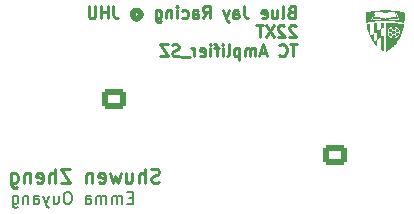
<source format=gbo>
G04 #@! TF.GenerationSoftware,KiCad,Pcbnew,9.0.4*
G04 #@! TF.CreationDate,2025-12-19T23:45:59-05:00*
G04 #@! TF.ProjectId,TC_shuwen,54435f73-6875-4776-956e-2e6b69636164,rev?*
G04 #@! TF.SameCoordinates,Original*
G04 #@! TF.FileFunction,Legend,Bot*
G04 #@! TF.FilePolarity,Positive*
%FSLAX46Y46*%
G04 Gerber Fmt 4.6, Leading zero omitted, Abs format (unit mm)*
G04 Created by KiCad (PCBNEW 9.0.4) date 2025-12-19 23:45:59*
%MOMM*%
%LPD*%
G01*
G04 APERTURE LIST*
G04 Aperture macros list*
%AMRoundRect*
0 Rectangle with rounded corners*
0 $1 Rounding radius*
0 $2 $3 $4 $5 $6 $7 $8 $9 X,Y pos of 4 corners*
0 Add a 4 corners polygon primitive as box body*
4,1,4,$2,$3,$4,$5,$6,$7,$8,$9,$2,$3,0*
0 Add four circle primitives for the rounded corners*
1,1,$1+$1,$2,$3*
1,1,$1+$1,$4,$5*
1,1,$1+$1,$6,$7*
1,1,$1+$1,$8,$9*
0 Add four rect primitives between the rounded corners*
20,1,$1+$1,$2,$3,$4,$5,0*
20,1,$1+$1,$4,$5,$6,$7,0*
20,1,$1+$1,$6,$7,$8,$9,0*
20,1,$1+$1,$8,$9,$2,$3,0*%
G04 Aperture macros list end*
%ADD10C,0.250000*%
%ADD11C,0.200000*%
%ADD12C,0.215000*%
%ADD13C,0.000000*%
%ADD14C,1.200000*%
%ADD15RoundRect,0.250000X0.725000X-0.600000X0.725000X0.600000X-0.725000X0.600000X-0.725000X-0.600000X0*%
%ADD16O,1.950000X1.700000*%
%ADD17RoundRect,0.250000X-0.750000X0.600000X-0.750000X-0.600000X0.750000X-0.600000X0.750000X0.600000X0*%
%ADD18O,2.000000X1.700000*%
G04 APERTURE END LIST*
D10*
X127606955Y-85033000D02*
X127435527Y-85090142D01*
X127435527Y-85090142D02*
X127149812Y-85090142D01*
X127149812Y-85090142D02*
X127035527Y-85033000D01*
X127035527Y-85033000D02*
X126978384Y-84975857D01*
X126978384Y-84975857D02*
X126921241Y-84861571D01*
X126921241Y-84861571D02*
X126921241Y-84747285D01*
X126921241Y-84747285D02*
X126978384Y-84633000D01*
X126978384Y-84633000D02*
X127035527Y-84575857D01*
X127035527Y-84575857D02*
X127149812Y-84518714D01*
X127149812Y-84518714D02*
X127378384Y-84461571D01*
X127378384Y-84461571D02*
X127492669Y-84404428D01*
X127492669Y-84404428D02*
X127549812Y-84347285D01*
X127549812Y-84347285D02*
X127606955Y-84233000D01*
X127606955Y-84233000D02*
X127606955Y-84118714D01*
X127606955Y-84118714D02*
X127549812Y-84004428D01*
X127549812Y-84004428D02*
X127492669Y-83947285D01*
X127492669Y-83947285D02*
X127378384Y-83890142D01*
X127378384Y-83890142D02*
X127092669Y-83890142D01*
X127092669Y-83890142D02*
X126921241Y-83947285D01*
X126406955Y-85090142D02*
X126406955Y-83890142D01*
X125892670Y-85090142D02*
X125892670Y-84461571D01*
X125892670Y-84461571D02*
X125949812Y-84347285D01*
X125949812Y-84347285D02*
X126064098Y-84290142D01*
X126064098Y-84290142D02*
X126235527Y-84290142D01*
X126235527Y-84290142D02*
X126349812Y-84347285D01*
X126349812Y-84347285D02*
X126406955Y-84404428D01*
X124806956Y-84290142D02*
X124806956Y-85090142D01*
X125321241Y-84290142D02*
X125321241Y-84918714D01*
X125321241Y-84918714D02*
X125264098Y-85033000D01*
X125264098Y-85033000D02*
X125149813Y-85090142D01*
X125149813Y-85090142D02*
X124978384Y-85090142D01*
X124978384Y-85090142D02*
X124864098Y-85033000D01*
X124864098Y-85033000D02*
X124806956Y-84975857D01*
X124349813Y-84290142D02*
X124121242Y-85090142D01*
X124121242Y-85090142D02*
X123892670Y-84518714D01*
X123892670Y-84518714D02*
X123664099Y-85090142D01*
X123664099Y-85090142D02*
X123435527Y-84290142D01*
X122521241Y-85033000D02*
X122635527Y-85090142D01*
X122635527Y-85090142D02*
X122864099Y-85090142D01*
X122864099Y-85090142D02*
X122978384Y-85033000D01*
X122978384Y-85033000D02*
X123035527Y-84918714D01*
X123035527Y-84918714D02*
X123035527Y-84461571D01*
X123035527Y-84461571D02*
X122978384Y-84347285D01*
X122978384Y-84347285D02*
X122864099Y-84290142D01*
X122864099Y-84290142D02*
X122635527Y-84290142D01*
X122635527Y-84290142D02*
X122521241Y-84347285D01*
X122521241Y-84347285D02*
X122464099Y-84461571D01*
X122464099Y-84461571D02*
X122464099Y-84575857D01*
X122464099Y-84575857D02*
X123035527Y-84690142D01*
X121949813Y-84290142D02*
X121949813Y-85090142D01*
X121949813Y-84404428D02*
X121892670Y-84347285D01*
X121892670Y-84347285D02*
X121778385Y-84290142D01*
X121778385Y-84290142D02*
X121606956Y-84290142D01*
X121606956Y-84290142D02*
X121492670Y-84347285D01*
X121492670Y-84347285D02*
X121435528Y-84461571D01*
X121435528Y-84461571D02*
X121435528Y-85090142D01*
X120064099Y-83890142D02*
X119264099Y-83890142D01*
X119264099Y-83890142D02*
X120064099Y-85090142D01*
X120064099Y-85090142D02*
X119264099Y-85090142D01*
X118806956Y-85090142D02*
X118806956Y-83890142D01*
X118292671Y-85090142D02*
X118292671Y-84461571D01*
X118292671Y-84461571D02*
X118349813Y-84347285D01*
X118349813Y-84347285D02*
X118464099Y-84290142D01*
X118464099Y-84290142D02*
X118635528Y-84290142D01*
X118635528Y-84290142D02*
X118749813Y-84347285D01*
X118749813Y-84347285D02*
X118806956Y-84404428D01*
X117264099Y-85033000D02*
X117378385Y-85090142D01*
X117378385Y-85090142D02*
X117606957Y-85090142D01*
X117606957Y-85090142D02*
X117721242Y-85033000D01*
X117721242Y-85033000D02*
X117778385Y-84918714D01*
X117778385Y-84918714D02*
X117778385Y-84461571D01*
X117778385Y-84461571D02*
X117721242Y-84347285D01*
X117721242Y-84347285D02*
X117606957Y-84290142D01*
X117606957Y-84290142D02*
X117378385Y-84290142D01*
X117378385Y-84290142D02*
X117264099Y-84347285D01*
X117264099Y-84347285D02*
X117206957Y-84461571D01*
X117206957Y-84461571D02*
X117206957Y-84575857D01*
X117206957Y-84575857D02*
X117778385Y-84690142D01*
X116692671Y-84290142D02*
X116692671Y-85090142D01*
X116692671Y-84404428D02*
X116635528Y-84347285D01*
X116635528Y-84347285D02*
X116521243Y-84290142D01*
X116521243Y-84290142D02*
X116349814Y-84290142D01*
X116349814Y-84290142D02*
X116235528Y-84347285D01*
X116235528Y-84347285D02*
X116178386Y-84461571D01*
X116178386Y-84461571D02*
X116178386Y-85090142D01*
X115092672Y-84290142D02*
X115092672Y-85261571D01*
X115092672Y-85261571D02*
X115149814Y-85375857D01*
X115149814Y-85375857D02*
X115206957Y-85433000D01*
X115206957Y-85433000D02*
X115321243Y-85490142D01*
X115321243Y-85490142D02*
X115492672Y-85490142D01*
X115492672Y-85490142D02*
X115606957Y-85433000D01*
X115092672Y-85033000D02*
X115206957Y-85090142D01*
X115206957Y-85090142D02*
X115435529Y-85090142D01*
X115435529Y-85090142D02*
X115549814Y-85033000D01*
X115549814Y-85033000D02*
X115606957Y-84975857D01*
X115606957Y-84975857D02*
X115664100Y-84861571D01*
X115664100Y-84861571D02*
X115664100Y-84518714D01*
X115664100Y-84518714D02*
X115606957Y-84404428D01*
X115606957Y-84404428D02*
X115549814Y-84347285D01*
X115549814Y-84347285D02*
X115435529Y-84290142D01*
X115435529Y-84290142D02*
X115206957Y-84290142D01*
X115206957Y-84290142D02*
X115092672Y-84347285D01*
D11*
X125380326Y-86343409D02*
X125046993Y-86343409D01*
X124904136Y-86867219D02*
X125380326Y-86867219D01*
X125380326Y-86867219D02*
X125380326Y-85867219D01*
X125380326Y-85867219D02*
X124904136Y-85867219D01*
X124475564Y-86867219D02*
X124475564Y-86200552D01*
X124475564Y-86295790D02*
X124427945Y-86248171D01*
X124427945Y-86248171D02*
X124332707Y-86200552D01*
X124332707Y-86200552D02*
X124189850Y-86200552D01*
X124189850Y-86200552D02*
X124094612Y-86248171D01*
X124094612Y-86248171D02*
X124046993Y-86343409D01*
X124046993Y-86343409D02*
X124046993Y-86867219D01*
X124046993Y-86343409D02*
X123999374Y-86248171D01*
X123999374Y-86248171D02*
X123904136Y-86200552D01*
X123904136Y-86200552D02*
X123761279Y-86200552D01*
X123761279Y-86200552D02*
X123666040Y-86248171D01*
X123666040Y-86248171D02*
X123618421Y-86343409D01*
X123618421Y-86343409D02*
X123618421Y-86867219D01*
X123142231Y-86867219D02*
X123142231Y-86200552D01*
X123142231Y-86295790D02*
X123094612Y-86248171D01*
X123094612Y-86248171D02*
X122999374Y-86200552D01*
X122999374Y-86200552D02*
X122856517Y-86200552D01*
X122856517Y-86200552D02*
X122761279Y-86248171D01*
X122761279Y-86248171D02*
X122713660Y-86343409D01*
X122713660Y-86343409D02*
X122713660Y-86867219D01*
X122713660Y-86343409D02*
X122666041Y-86248171D01*
X122666041Y-86248171D02*
X122570803Y-86200552D01*
X122570803Y-86200552D02*
X122427946Y-86200552D01*
X122427946Y-86200552D02*
X122332707Y-86248171D01*
X122332707Y-86248171D02*
X122285088Y-86343409D01*
X122285088Y-86343409D02*
X122285088Y-86867219D01*
X121380327Y-86867219D02*
X121380327Y-86343409D01*
X121380327Y-86343409D02*
X121427946Y-86248171D01*
X121427946Y-86248171D02*
X121523184Y-86200552D01*
X121523184Y-86200552D02*
X121713660Y-86200552D01*
X121713660Y-86200552D02*
X121808898Y-86248171D01*
X121380327Y-86819600D02*
X121475565Y-86867219D01*
X121475565Y-86867219D02*
X121713660Y-86867219D01*
X121713660Y-86867219D02*
X121808898Y-86819600D01*
X121808898Y-86819600D02*
X121856517Y-86724361D01*
X121856517Y-86724361D02*
X121856517Y-86629123D01*
X121856517Y-86629123D02*
X121808898Y-86533885D01*
X121808898Y-86533885D02*
X121713660Y-86486266D01*
X121713660Y-86486266D02*
X121475565Y-86486266D01*
X121475565Y-86486266D02*
X121380327Y-86438647D01*
X119951755Y-85867219D02*
X119761279Y-85867219D01*
X119761279Y-85867219D02*
X119666041Y-85914838D01*
X119666041Y-85914838D02*
X119570803Y-86010076D01*
X119570803Y-86010076D02*
X119523184Y-86200552D01*
X119523184Y-86200552D02*
X119523184Y-86533885D01*
X119523184Y-86533885D02*
X119570803Y-86724361D01*
X119570803Y-86724361D02*
X119666041Y-86819600D01*
X119666041Y-86819600D02*
X119761279Y-86867219D01*
X119761279Y-86867219D02*
X119951755Y-86867219D01*
X119951755Y-86867219D02*
X120046993Y-86819600D01*
X120046993Y-86819600D02*
X120142231Y-86724361D01*
X120142231Y-86724361D02*
X120189850Y-86533885D01*
X120189850Y-86533885D02*
X120189850Y-86200552D01*
X120189850Y-86200552D02*
X120142231Y-86010076D01*
X120142231Y-86010076D02*
X120046993Y-85914838D01*
X120046993Y-85914838D02*
X119951755Y-85867219D01*
X118666041Y-86200552D02*
X118666041Y-86867219D01*
X119094612Y-86200552D02*
X119094612Y-86724361D01*
X119094612Y-86724361D02*
X119046993Y-86819600D01*
X119046993Y-86819600D02*
X118951755Y-86867219D01*
X118951755Y-86867219D02*
X118808898Y-86867219D01*
X118808898Y-86867219D02*
X118713660Y-86819600D01*
X118713660Y-86819600D02*
X118666041Y-86771980D01*
X118285088Y-86200552D02*
X118046993Y-86867219D01*
X117808898Y-86200552D02*
X118046993Y-86867219D01*
X118046993Y-86867219D02*
X118142231Y-87105314D01*
X118142231Y-87105314D02*
X118189850Y-87152933D01*
X118189850Y-87152933D02*
X118285088Y-87200552D01*
X116999374Y-86867219D02*
X116999374Y-86343409D01*
X116999374Y-86343409D02*
X117046993Y-86248171D01*
X117046993Y-86248171D02*
X117142231Y-86200552D01*
X117142231Y-86200552D02*
X117332707Y-86200552D01*
X117332707Y-86200552D02*
X117427945Y-86248171D01*
X116999374Y-86819600D02*
X117094612Y-86867219D01*
X117094612Y-86867219D02*
X117332707Y-86867219D01*
X117332707Y-86867219D02*
X117427945Y-86819600D01*
X117427945Y-86819600D02*
X117475564Y-86724361D01*
X117475564Y-86724361D02*
X117475564Y-86629123D01*
X117475564Y-86629123D02*
X117427945Y-86533885D01*
X117427945Y-86533885D02*
X117332707Y-86486266D01*
X117332707Y-86486266D02*
X117094612Y-86486266D01*
X117094612Y-86486266D02*
X116999374Y-86438647D01*
X116523183Y-86200552D02*
X116523183Y-86867219D01*
X116523183Y-86295790D02*
X116475564Y-86248171D01*
X116475564Y-86248171D02*
X116380326Y-86200552D01*
X116380326Y-86200552D02*
X116237469Y-86200552D01*
X116237469Y-86200552D02*
X116142231Y-86248171D01*
X116142231Y-86248171D02*
X116094612Y-86343409D01*
X116094612Y-86343409D02*
X116094612Y-86867219D01*
X115189850Y-86200552D02*
X115189850Y-87010076D01*
X115189850Y-87010076D02*
X115237469Y-87105314D01*
X115237469Y-87105314D02*
X115285088Y-87152933D01*
X115285088Y-87152933D02*
X115380326Y-87200552D01*
X115380326Y-87200552D02*
X115523183Y-87200552D01*
X115523183Y-87200552D02*
X115618421Y-87152933D01*
X115189850Y-86819600D02*
X115285088Y-86867219D01*
X115285088Y-86867219D02*
X115475564Y-86867219D01*
X115475564Y-86867219D02*
X115570802Y-86819600D01*
X115570802Y-86819600D02*
X115618421Y-86771980D01*
X115618421Y-86771980D02*
X115666040Y-86676742D01*
X115666040Y-86676742D02*
X115666040Y-86391028D01*
X115666040Y-86391028D02*
X115618421Y-86295790D01*
X115618421Y-86295790D02*
X115570802Y-86248171D01*
X115570802Y-86248171D02*
X115475564Y-86200552D01*
X115475564Y-86200552D02*
X115285088Y-86200552D01*
X115285088Y-86200552D02*
X115189850Y-86248171D01*
D12*
X138787124Y-70622741D02*
X138644267Y-70670360D01*
X138644267Y-70670360D02*
X138596648Y-70717979D01*
X138596648Y-70717979D02*
X138549029Y-70813217D01*
X138549029Y-70813217D02*
X138549029Y-70956074D01*
X138549029Y-70956074D02*
X138596648Y-71051312D01*
X138596648Y-71051312D02*
X138644267Y-71098932D01*
X138644267Y-71098932D02*
X138739505Y-71146551D01*
X138739505Y-71146551D02*
X139120457Y-71146551D01*
X139120457Y-71146551D02*
X139120457Y-70146551D01*
X139120457Y-70146551D02*
X138787124Y-70146551D01*
X138787124Y-70146551D02*
X138691886Y-70194170D01*
X138691886Y-70194170D02*
X138644267Y-70241789D01*
X138644267Y-70241789D02*
X138596648Y-70337027D01*
X138596648Y-70337027D02*
X138596648Y-70432265D01*
X138596648Y-70432265D02*
X138644267Y-70527503D01*
X138644267Y-70527503D02*
X138691886Y-70575122D01*
X138691886Y-70575122D02*
X138787124Y-70622741D01*
X138787124Y-70622741D02*
X139120457Y-70622741D01*
X137977600Y-71146551D02*
X138072838Y-71098932D01*
X138072838Y-71098932D02*
X138120457Y-71003693D01*
X138120457Y-71003693D02*
X138120457Y-70146551D01*
X137168076Y-70479884D02*
X137168076Y-71146551D01*
X137596647Y-70479884D02*
X137596647Y-71003693D01*
X137596647Y-71003693D02*
X137549028Y-71098932D01*
X137549028Y-71098932D02*
X137453790Y-71146551D01*
X137453790Y-71146551D02*
X137310933Y-71146551D01*
X137310933Y-71146551D02*
X137215695Y-71098932D01*
X137215695Y-71098932D02*
X137168076Y-71051312D01*
X136310933Y-71098932D02*
X136406171Y-71146551D01*
X136406171Y-71146551D02*
X136596647Y-71146551D01*
X136596647Y-71146551D02*
X136691885Y-71098932D01*
X136691885Y-71098932D02*
X136739504Y-71003693D01*
X136739504Y-71003693D02*
X136739504Y-70622741D01*
X136739504Y-70622741D02*
X136691885Y-70527503D01*
X136691885Y-70527503D02*
X136596647Y-70479884D01*
X136596647Y-70479884D02*
X136406171Y-70479884D01*
X136406171Y-70479884D02*
X136310933Y-70527503D01*
X136310933Y-70527503D02*
X136263314Y-70622741D01*
X136263314Y-70622741D02*
X136263314Y-70717979D01*
X136263314Y-70717979D02*
X136739504Y-70813217D01*
X134787123Y-70146551D02*
X134787123Y-70860836D01*
X134787123Y-70860836D02*
X134834742Y-71003693D01*
X134834742Y-71003693D02*
X134929980Y-71098932D01*
X134929980Y-71098932D02*
X135072837Y-71146551D01*
X135072837Y-71146551D02*
X135168075Y-71146551D01*
X133882361Y-71146551D02*
X133882361Y-70622741D01*
X133882361Y-70622741D02*
X133929980Y-70527503D01*
X133929980Y-70527503D02*
X134025218Y-70479884D01*
X134025218Y-70479884D02*
X134215694Y-70479884D01*
X134215694Y-70479884D02*
X134310932Y-70527503D01*
X133882361Y-71098932D02*
X133977599Y-71146551D01*
X133977599Y-71146551D02*
X134215694Y-71146551D01*
X134215694Y-71146551D02*
X134310932Y-71098932D01*
X134310932Y-71098932D02*
X134358551Y-71003693D01*
X134358551Y-71003693D02*
X134358551Y-70908455D01*
X134358551Y-70908455D02*
X134310932Y-70813217D01*
X134310932Y-70813217D02*
X134215694Y-70765598D01*
X134215694Y-70765598D02*
X133977599Y-70765598D01*
X133977599Y-70765598D02*
X133882361Y-70717979D01*
X133501408Y-70479884D02*
X133263313Y-71146551D01*
X133025218Y-70479884D02*
X133263313Y-71146551D01*
X133263313Y-71146551D02*
X133358551Y-71384646D01*
X133358551Y-71384646D02*
X133406170Y-71432265D01*
X133406170Y-71432265D02*
X133501408Y-71479884D01*
X131310932Y-71146551D02*
X131644265Y-70670360D01*
X131882360Y-71146551D02*
X131882360Y-70146551D01*
X131882360Y-70146551D02*
X131501408Y-70146551D01*
X131501408Y-70146551D02*
X131406170Y-70194170D01*
X131406170Y-70194170D02*
X131358551Y-70241789D01*
X131358551Y-70241789D02*
X131310932Y-70337027D01*
X131310932Y-70337027D02*
X131310932Y-70479884D01*
X131310932Y-70479884D02*
X131358551Y-70575122D01*
X131358551Y-70575122D02*
X131406170Y-70622741D01*
X131406170Y-70622741D02*
X131501408Y-70670360D01*
X131501408Y-70670360D02*
X131882360Y-70670360D01*
X130453789Y-71146551D02*
X130453789Y-70622741D01*
X130453789Y-70622741D02*
X130501408Y-70527503D01*
X130501408Y-70527503D02*
X130596646Y-70479884D01*
X130596646Y-70479884D02*
X130787122Y-70479884D01*
X130787122Y-70479884D02*
X130882360Y-70527503D01*
X130453789Y-71098932D02*
X130549027Y-71146551D01*
X130549027Y-71146551D02*
X130787122Y-71146551D01*
X130787122Y-71146551D02*
X130882360Y-71098932D01*
X130882360Y-71098932D02*
X130929979Y-71003693D01*
X130929979Y-71003693D02*
X130929979Y-70908455D01*
X130929979Y-70908455D02*
X130882360Y-70813217D01*
X130882360Y-70813217D02*
X130787122Y-70765598D01*
X130787122Y-70765598D02*
X130549027Y-70765598D01*
X130549027Y-70765598D02*
X130453789Y-70717979D01*
X129549027Y-71098932D02*
X129644265Y-71146551D01*
X129644265Y-71146551D02*
X129834741Y-71146551D01*
X129834741Y-71146551D02*
X129929979Y-71098932D01*
X129929979Y-71098932D02*
X129977598Y-71051312D01*
X129977598Y-71051312D02*
X130025217Y-70956074D01*
X130025217Y-70956074D02*
X130025217Y-70670360D01*
X130025217Y-70670360D02*
X129977598Y-70575122D01*
X129977598Y-70575122D02*
X129929979Y-70527503D01*
X129929979Y-70527503D02*
X129834741Y-70479884D01*
X129834741Y-70479884D02*
X129644265Y-70479884D01*
X129644265Y-70479884D02*
X129549027Y-70527503D01*
X129120455Y-71146551D02*
X129120455Y-70479884D01*
X129120455Y-70146551D02*
X129168074Y-70194170D01*
X129168074Y-70194170D02*
X129120455Y-70241789D01*
X129120455Y-70241789D02*
X129072836Y-70194170D01*
X129072836Y-70194170D02*
X129120455Y-70146551D01*
X129120455Y-70146551D02*
X129120455Y-70241789D01*
X128644265Y-70479884D02*
X128644265Y-71146551D01*
X128644265Y-70575122D02*
X128596646Y-70527503D01*
X128596646Y-70527503D02*
X128501408Y-70479884D01*
X128501408Y-70479884D02*
X128358551Y-70479884D01*
X128358551Y-70479884D02*
X128263313Y-70527503D01*
X128263313Y-70527503D02*
X128215694Y-70622741D01*
X128215694Y-70622741D02*
X128215694Y-71146551D01*
X127310932Y-70479884D02*
X127310932Y-71289408D01*
X127310932Y-71289408D02*
X127358551Y-71384646D01*
X127358551Y-71384646D02*
X127406170Y-71432265D01*
X127406170Y-71432265D02*
X127501408Y-71479884D01*
X127501408Y-71479884D02*
X127644265Y-71479884D01*
X127644265Y-71479884D02*
X127739503Y-71432265D01*
X127310932Y-71098932D02*
X127406170Y-71146551D01*
X127406170Y-71146551D02*
X127596646Y-71146551D01*
X127596646Y-71146551D02*
X127691884Y-71098932D01*
X127691884Y-71098932D02*
X127739503Y-71051312D01*
X127739503Y-71051312D02*
X127787122Y-70956074D01*
X127787122Y-70956074D02*
X127787122Y-70670360D01*
X127787122Y-70670360D02*
X127739503Y-70575122D01*
X127739503Y-70575122D02*
X127691884Y-70527503D01*
X127691884Y-70527503D02*
X127596646Y-70479884D01*
X127596646Y-70479884D02*
X127406170Y-70479884D01*
X127406170Y-70479884D02*
X127310932Y-70527503D01*
X125453789Y-70670360D02*
X125501408Y-70622741D01*
X125501408Y-70622741D02*
X125596646Y-70575122D01*
X125596646Y-70575122D02*
X125691884Y-70575122D01*
X125691884Y-70575122D02*
X125787122Y-70622741D01*
X125787122Y-70622741D02*
X125834741Y-70670360D01*
X125834741Y-70670360D02*
X125882360Y-70765598D01*
X125882360Y-70765598D02*
X125882360Y-70860836D01*
X125882360Y-70860836D02*
X125834741Y-70956074D01*
X125834741Y-70956074D02*
X125787122Y-71003693D01*
X125787122Y-71003693D02*
X125691884Y-71051312D01*
X125691884Y-71051312D02*
X125596646Y-71051312D01*
X125596646Y-71051312D02*
X125501408Y-71003693D01*
X125501408Y-71003693D02*
X125453789Y-70956074D01*
X125453789Y-70575122D02*
X125453789Y-70956074D01*
X125453789Y-70956074D02*
X125406170Y-71003693D01*
X125406170Y-71003693D02*
X125358551Y-71003693D01*
X125358551Y-71003693D02*
X125263312Y-70956074D01*
X125263312Y-70956074D02*
X125215693Y-70860836D01*
X125215693Y-70860836D02*
X125215693Y-70622741D01*
X125215693Y-70622741D02*
X125310932Y-70479884D01*
X125310932Y-70479884D02*
X125453789Y-70384646D01*
X125453789Y-70384646D02*
X125644265Y-70337027D01*
X125644265Y-70337027D02*
X125834741Y-70384646D01*
X125834741Y-70384646D02*
X125977598Y-70479884D01*
X125977598Y-70479884D02*
X126072836Y-70622741D01*
X126072836Y-70622741D02*
X126120455Y-70813217D01*
X126120455Y-70813217D02*
X126072836Y-71003693D01*
X126072836Y-71003693D02*
X125977598Y-71146551D01*
X125977598Y-71146551D02*
X125834741Y-71241789D01*
X125834741Y-71241789D02*
X125644265Y-71289408D01*
X125644265Y-71289408D02*
X125453789Y-71241789D01*
X125453789Y-71241789D02*
X125310932Y-71146551D01*
X123739503Y-70146551D02*
X123739503Y-70860836D01*
X123739503Y-70860836D02*
X123787122Y-71003693D01*
X123787122Y-71003693D02*
X123882360Y-71098932D01*
X123882360Y-71098932D02*
X124025217Y-71146551D01*
X124025217Y-71146551D02*
X124120455Y-71146551D01*
X123263312Y-71146551D02*
X123263312Y-70146551D01*
X123263312Y-70622741D02*
X122691884Y-70622741D01*
X122691884Y-71146551D02*
X122691884Y-70146551D01*
X122215693Y-70146551D02*
X122215693Y-70956074D01*
X122215693Y-70956074D02*
X122168074Y-71051312D01*
X122168074Y-71051312D02*
X122120455Y-71098932D01*
X122120455Y-71098932D02*
X122025217Y-71146551D01*
X122025217Y-71146551D02*
X121834741Y-71146551D01*
X121834741Y-71146551D02*
X121739503Y-71098932D01*
X121739503Y-71098932D02*
X121691884Y-71051312D01*
X121691884Y-71051312D02*
X121644265Y-70956074D01*
X121644265Y-70956074D02*
X121644265Y-70146551D01*
X139168076Y-71851733D02*
X139120457Y-71804114D01*
X139120457Y-71804114D02*
X139025219Y-71756495D01*
X139025219Y-71756495D02*
X138787124Y-71756495D01*
X138787124Y-71756495D02*
X138691886Y-71804114D01*
X138691886Y-71804114D02*
X138644267Y-71851733D01*
X138644267Y-71851733D02*
X138596648Y-71946971D01*
X138596648Y-71946971D02*
X138596648Y-72042209D01*
X138596648Y-72042209D02*
X138644267Y-72185066D01*
X138644267Y-72185066D02*
X139215695Y-72756495D01*
X139215695Y-72756495D02*
X138596648Y-72756495D01*
X138215695Y-71851733D02*
X138168076Y-71804114D01*
X138168076Y-71804114D02*
X138072838Y-71756495D01*
X138072838Y-71756495D02*
X137834743Y-71756495D01*
X137834743Y-71756495D02*
X137739505Y-71804114D01*
X137739505Y-71804114D02*
X137691886Y-71851733D01*
X137691886Y-71851733D02*
X137644267Y-71946971D01*
X137644267Y-71946971D02*
X137644267Y-72042209D01*
X137644267Y-72042209D02*
X137691886Y-72185066D01*
X137691886Y-72185066D02*
X138263314Y-72756495D01*
X138263314Y-72756495D02*
X137644267Y-72756495D01*
X137310933Y-71756495D02*
X136644267Y-72756495D01*
X136644267Y-71756495D02*
X137310933Y-72756495D01*
X136406171Y-71756495D02*
X135834743Y-71756495D01*
X136120457Y-72756495D02*
X136120457Y-71756495D01*
X139263314Y-73366439D02*
X138691886Y-73366439D01*
X138977600Y-74366439D02*
X138977600Y-73366439D01*
X137787124Y-74271200D02*
X137834743Y-74318820D01*
X137834743Y-74318820D02*
X137977600Y-74366439D01*
X137977600Y-74366439D02*
X138072838Y-74366439D01*
X138072838Y-74366439D02*
X138215695Y-74318820D01*
X138215695Y-74318820D02*
X138310933Y-74223581D01*
X138310933Y-74223581D02*
X138358552Y-74128343D01*
X138358552Y-74128343D02*
X138406171Y-73937867D01*
X138406171Y-73937867D02*
X138406171Y-73795010D01*
X138406171Y-73795010D02*
X138358552Y-73604534D01*
X138358552Y-73604534D02*
X138310933Y-73509296D01*
X138310933Y-73509296D02*
X138215695Y-73414058D01*
X138215695Y-73414058D02*
X138072838Y-73366439D01*
X138072838Y-73366439D02*
X137977600Y-73366439D01*
X137977600Y-73366439D02*
X137834743Y-73414058D01*
X137834743Y-73414058D02*
X137787124Y-73461677D01*
X136644266Y-74080724D02*
X136168076Y-74080724D01*
X136739504Y-74366439D02*
X136406171Y-73366439D01*
X136406171Y-73366439D02*
X136072838Y-74366439D01*
X135739504Y-74366439D02*
X135739504Y-73699772D01*
X135739504Y-73795010D02*
X135691885Y-73747391D01*
X135691885Y-73747391D02*
X135596647Y-73699772D01*
X135596647Y-73699772D02*
X135453790Y-73699772D01*
X135453790Y-73699772D02*
X135358552Y-73747391D01*
X135358552Y-73747391D02*
X135310933Y-73842629D01*
X135310933Y-73842629D02*
X135310933Y-74366439D01*
X135310933Y-73842629D02*
X135263314Y-73747391D01*
X135263314Y-73747391D02*
X135168076Y-73699772D01*
X135168076Y-73699772D02*
X135025219Y-73699772D01*
X135025219Y-73699772D02*
X134929980Y-73747391D01*
X134929980Y-73747391D02*
X134882361Y-73842629D01*
X134882361Y-73842629D02*
X134882361Y-74366439D01*
X134406171Y-73699772D02*
X134406171Y-74699772D01*
X134406171Y-73747391D02*
X134310933Y-73699772D01*
X134310933Y-73699772D02*
X134120457Y-73699772D01*
X134120457Y-73699772D02*
X134025219Y-73747391D01*
X134025219Y-73747391D02*
X133977600Y-73795010D01*
X133977600Y-73795010D02*
X133929981Y-73890248D01*
X133929981Y-73890248D02*
X133929981Y-74175962D01*
X133929981Y-74175962D02*
X133977600Y-74271200D01*
X133977600Y-74271200D02*
X134025219Y-74318820D01*
X134025219Y-74318820D02*
X134120457Y-74366439D01*
X134120457Y-74366439D02*
X134310933Y-74366439D01*
X134310933Y-74366439D02*
X134406171Y-74318820D01*
X133358552Y-74366439D02*
X133453790Y-74318820D01*
X133453790Y-74318820D02*
X133501409Y-74223581D01*
X133501409Y-74223581D02*
X133501409Y-73366439D01*
X132977599Y-74366439D02*
X132977599Y-73699772D01*
X132977599Y-73366439D02*
X133025218Y-73414058D01*
X133025218Y-73414058D02*
X132977599Y-73461677D01*
X132977599Y-73461677D02*
X132929980Y-73414058D01*
X132929980Y-73414058D02*
X132977599Y-73366439D01*
X132977599Y-73366439D02*
X132977599Y-73461677D01*
X132644266Y-73699772D02*
X132263314Y-73699772D01*
X132501409Y-74366439D02*
X132501409Y-73509296D01*
X132501409Y-73509296D02*
X132453790Y-73414058D01*
X132453790Y-73414058D02*
X132358552Y-73366439D01*
X132358552Y-73366439D02*
X132263314Y-73366439D01*
X131929980Y-74366439D02*
X131929980Y-73699772D01*
X131929980Y-73366439D02*
X131977599Y-73414058D01*
X131977599Y-73414058D02*
X131929980Y-73461677D01*
X131929980Y-73461677D02*
X131882361Y-73414058D01*
X131882361Y-73414058D02*
X131929980Y-73366439D01*
X131929980Y-73366439D02*
X131929980Y-73461677D01*
X131072838Y-74318820D02*
X131168076Y-74366439D01*
X131168076Y-74366439D02*
X131358552Y-74366439D01*
X131358552Y-74366439D02*
X131453790Y-74318820D01*
X131453790Y-74318820D02*
X131501409Y-74223581D01*
X131501409Y-74223581D02*
X131501409Y-73842629D01*
X131501409Y-73842629D02*
X131453790Y-73747391D01*
X131453790Y-73747391D02*
X131358552Y-73699772D01*
X131358552Y-73699772D02*
X131168076Y-73699772D01*
X131168076Y-73699772D02*
X131072838Y-73747391D01*
X131072838Y-73747391D02*
X131025219Y-73842629D01*
X131025219Y-73842629D02*
X131025219Y-73937867D01*
X131025219Y-73937867D02*
X131501409Y-74033105D01*
X130596647Y-74366439D02*
X130596647Y-73699772D01*
X130596647Y-73890248D02*
X130549028Y-73795010D01*
X130549028Y-73795010D02*
X130501409Y-73747391D01*
X130501409Y-73747391D02*
X130406171Y-73699772D01*
X130406171Y-73699772D02*
X130310933Y-73699772D01*
X130215695Y-74461677D02*
X129453790Y-74461677D01*
X129263313Y-74318820D02*
X129120456Y-74366439D01*
X129120456Y-74366439D02*
X128882361Y-74366439D01*
X128882361Y-74366439D02*
X128787123Y-74318820D01*
X128787123Y-74318820D02*
X128739504Y-74271200D01*
X128739504Y-74271200D02*
X128691885Y-74175962D01*
X128691885Y-74175962D02*
X128691885Y-74080724D01*
X128691885Y-74080724D02*
X128739504Y-73985486D01*
X128739504Y-73985486D02*
X128787123Y-73937867D01*
X128787123Y-73937867D02*
X128882361Y-73890248D01*
X128882361Y-73890248D02*
X129072837Y-73842629D01*
X129072837Y-73842629D02*
X129168075Y-73795010D01*
X129168075Y-73795010D02*
X129215694Y-73747391D01*
X129215694Y-73747391D02*
X129263313Y-73652153D01*
X129263313Y-73652153D02*
X129263313Y-73556915D01*
X129263313Y-73556915D02*
X129215694Y-73461677D01*
X129215694Y-73461677D02*
X129168075Y-73414058D01*
X129168075Y-73414058D02*
X129072837Y-73366439D01*
X129072837Y-73366439D02*
X128834742Y-73366439D01*
X128834742Y-73366439D02*
X128691885Y-73414058D01*
X128358551Y-73366439D02*
X127691885Y-73366439D01*
X127691885Y-73366439D02*
X128358551Y-74366439D01*
X128358551Y-74366439D02*
X127691885Y-74366439D01*
D13*
G36*
X146677829Y-71694663D02*
G01*
X146677829Y-71864071D01*
X146527649Y-71963685D01*
X146511627Y-71974307D01*
X146489568Y-71988916D01*
X146468700Y-72002716D01*
X146449284Y-72015536D01*
X146431580Y-72027206D01*
X146415848Y-72037555D01*
X146402349Y-72046410D01*
X146391342Y-72053602D01*
X146383087Y-72058959D01*
X146377846Y-72062310D01*
X146375877Y-72063485D01*
X146375681Y-72061498D01*
X146375489Y-72055527D01*
X146375306Y-72045825D01*
X146375132Y-72032644D01*
X146374971Y-72016237D01*
X146374823Y-71996860D01*
X146374689Y-71974764D01*
X146374572Y-71950204D01*
X146374473Y-71923432D01*
X146374393Y-71894703D01*
X146374334Y-71864269D01*
X146374298Y-71832385D01*
X146374285Y-71799303D01*
X146374285Y-71534935D01*
X146408779Y-71533514D01*
X146420885Y-71533018D01*
X146458534Y-71531523D01*
X146492911Y-71530239D01*
X146524759Y-71529140D01*
X146554820Y-71528202D01*
X146583839Y-71527401D01*
X146612556Y-71526710D01*
X146677829Y-71525254D01*
X146677829Y-71694663D01*
G37*
G36*
X147488542Y-72214690D02*
G01*
X147506130Y-72217027D01*
X147522586Y-72221685D01*
X147539185Y-72228914D01*
X147555328Y-72238218D01*
X147575018Y-72253529D01*
X147591564Y-72271441D01*
X147604772Y-72291640D01*
X147614448Y-72313813D01*
X147620396Y-72337647D01*
X147622422Y-72362829D01*
X147622396Y-72365563D01*
X147619901Y-72389700D01*
X147613548Y-72412749D01*
X147603637Y-72434319D01*
X147590471Y-72454021D01*
X147574349Y-72471465D01*
X147555575Y-72486263D01*
X147534449Y-72498025D01*
X147511274Y-72506362D01*
X147496281Y-72509128D01*
X147478339Y-72510209D01*
X147459522Y-72509506D01*
X147441319Y-72507077D01*
X147425222Y-72502980D01*
X147405869Y-72494743D01*
X147385726Y-72482260D01*
X147367666Y-72466829D01*
X147352349Y-72449022D01*
X147340434Y-72429411D01*
X147339729Y-72427967D01*
X147332510Y-72411353D01*
X147327840Y-72395966D01*
X147325326Y-72380142D01*
X147324575Y-72362221D01*
X147325752Y-72341704D01*
X147330474Y-72318509D01*
X147338936Y-72297124D01*
X147351275Y-72277221D01*
X147367628Y-72258469D01*
X147373130Y-72253155D01*
X147389973Y-72239021D01*
X147406805Y-72228470D01*
X147424470Y-72221124D01*
X147443815Y-72216603D01*
X147465686Y-72214529D01*
X147468547Y-72214423D01*
X147488542Y-72214690D01*
G37*
G36*
X147156231Y-72398301D02*
G01*
X147176878Y-72400456D01*
X147197022Y-72403877D01*
X147215762Y-72408495D01*
X147232199Y-72414244D01*
X147253105Y-72424856D01*
X147271211Y-72438094D01*
X147285830Y-72453535D01*
X147296936Y-72471035D01*
X147304501Y-72490447D01*
X147308497Y-72511626D01*
X147308899Y-72534425D01*
X147305678Y-72558701D01*
X147298808Y-72584306D01*
X147288262Y-72611095D01*
X147274012Y-72638922D01*
X147269873Y-72645839D01*
X147256835Y-72663565D01*
X147242594Y-72677242D01*
X147227155Y-72686863D01*
X147210525Y-72692423D01*
X147207746Y-72692919D01*
X147192186Y-72693449D01*
X147175933Y-72690716D01*
X147160242Y-72685028D01*
X147146368Y-72676693D01*
X147136961Y-72668404D01*
X147125620Y-72656172D01*
X147113534Y-72641186D01*
X147101127Y-72624065D01*
X147088825Y-72605426D01*
X147077054Y-72585887D01*
X147066237Y-72566065D01*
X147056800Y-72546576D01*
X147050449Y-72531797D01*
X147043351Y-72512464D01*
X147038827Y-72495513D01*
X147036785Y-72480434D01*
X147037130Y-72466716D01*
X147039769Y-72453849D01*
X147042159Y-72447241D01*
X147050044Y-72433181D01*
X147060815Y-72420564D01*
X147073595Y-72410318D01*
X147087506Y-72403371D01*
X147100274Y-72400108D01*
X147117029Y-72398060D01*
X147135981Y-72397480D01*
X147156231Y-72398301D01*
G37*
G36*
X147205122Y-72032595D02*
G01*
X147219647Y-72036096D01*
X147225938Y-72038775D01*
X147238654Y-72046438D01*
X147250505Y-72056975D01*
X147261788Y-72070721D01*
X147272799Y-72088015D01*
X147283835Y-72109195D01*
X147288023Y-72118308D01*
X147298079Y-72144910D01*
X147304440Y-72170372D01*
X147307138Y-72194529D01*
X147306202Y-72217214D01*
X147301664Y-72238261D01*
X147293554Y-72257504D01*
X147281903Y-72274777D01*
X147266741Y-72289912D01*
X147248100Y-72302745D01*
X147239141Y-72307224D01*
X147225377Y-72312745D01*
X147209886Y-72317856D01*
X147194046Y-72322110D01*
X147179237Y-72325059D01*
X147177537Y-72325313D01*
X147164712Y-72326734D01*
X147150287Y-72327651D01*
X147135424Y-72328049D01*
X147121283Y-72327915D01*
X147109027Y-72327235D01*
X147099816Y-72325995D01*
X147095276Y-72324883D01*
X147080223Y-72319052D01*
X147066125Y-72310571D01*
X147054586Y-72300349D01*
X147053412Y-72299018D01*
X147043555Y-72284466D01*
X147037541Y-72268195D01*
X147035383Y-72250306D01*
X147037095Y-72230902D01*
X147042690Y-72210083D01*
X147048340Y-72195044D01*
X147058190Y-72172341D01*
X147069406Y-72149878D01*
X147081664Y-72128132D01*
X147094638Y-72107579D01*
X147108005Y-72088697D01*
X147121440Y-72071961D01*
X147134618Y-72057848D01*
X147147215Y-72046835D01*
X147158906Y-72039399D01*
X147173227Y-72034332D01*
X147189142Y-72032035D01*
X147205122Y-72032595D01*
G37*
G36*
X147488331Y-72571092D02*
G01*
X147509434Y-72576116D01*
X147530235Y-72585265D01*
X147550529Y-72598529D01*
X147560159Y-72606609D01*
X147573733Y-72620128D01*
X147587011Y-72635593D01*
X147599479Y-72652253D01*
X147610622Y-72669357D01*
X147619925Y-72686155D01*
X147626874Y-72701897D01*
X147630955Y-72715831D01*
X147632178Y-72725246D01*
X147631349Y-72742387D01*
X147626742Y-72758635D01*
X147618659Y-72773498D01*
X147607402Y-72786480D01*
X147593272Y-72797087D01*
X147576573Y-72804824D01*
X147573313Y-72805827D01*
X147564175Y-72808089D01*
X147552667Y-72810472D01*
X147540025Y-72812745D01*
X147527486Y-72814679D01*
X147516288Y-72816042D01*
X147506852Y-72816766D01*
X147489421Y-72817341D01*
X147470075Y-72817241D01*
X147449837Y-72816524D01*
X147429732Y-72815245D01*
X147410785Y-72813459D01*
X147394020Y-72811225D01*
X147380463Y-72808597D01*
X147368936Y-72805084D01*
X147352248Y-72796916D01*
X147338309Y-72786065D01*
X147327368Y-72772941D01*
X147319673Y-72757957D01*
X147315473Y-72741524D01*
X147315017Y-72724055D01*
X147318552Y-72705961D01*
X147318932Y-72704750D01*
X147325789Y-72687890D01*
X147335647Y-72669835D01*
X147347863Y-72651418D01*
X147361793Y-72633473D01*
X147376796Y-72616833D01*
X147392227Y-72602329D01*
X147407446Y-72590794D01*
X147425229Y-72580885D01*
X147446025Y-72573466D01*
X147467127Y-72570205D01*
X147488331Y-72571092D01*
G37*
G36*
X147830646Y-72399222D02*
G01*
X147848688Y-72402090D01*
X147863564Y-72406779D01*
X147866671Y-72408279D01*
X147876719Y-72415003D01*
X147886770Y-72424078D01*
X147895621Y-72434325D01*
X147902069Y-72444561D01*
X147904497Y-72449796D01*
X147906310Y-72455047D01*
X147907328Y-72460777D01*
X147907762Y-72468237D01*
X147907823Y-72478676D01*
X147907823Y-72478751D01*
X147907652Y-72489247D01*
X147907049Y-72497223D01*
X147905707Y-72504284D01*
X147903324Y-72512035D01*
X147899595Y-72522082D01*
X147891926Y-72540766D01*
X147874742Y-72576098D01*
X147854821Y-72609920D01*
X147832866Y-72640974D01*
X147830172Y-72644408D01*
X147817439Y-72659596D01*
X147805804Y-72671466D01*
X147794726Y-72680470D01*
X147783662Y-72687059D01*
X147772071Y-72691686D01*
X147764939Y-72693322D01*
X147752240Y-72694377D01*
X147738940Y-72693749D01*
X147727016Y-72691449D01*
X147723449Y-72690283D01*
X147709955Y-72683686D01*
X147697259Y-72673740D01*
X147685154Y-72660225D01*
X147673435Y-72642918D01*
X147661893Y-72621599D01*
X147651393Y-72597997D01*
X147642474Y-72571333D01*
X147637376Y-72546149D01*
X147636096Y-72522512D01*
X147638632Y-72500489D01*
X147644980Y-72480144D01*
X147655140Y-72461545D01*
X147669106Y-72444759D01*
X147677291Y-72437277D01*
X147695266Y-72424695D01*
X147716192Y-72414589D01*
X147740302Y-72406857D01*
X147767825Y-72401397D01*
X147787809Y-72399102D01*
X147810125Y-72398213D01*
X147830646Y-72399222D01*
G37*
G36*
X147492541Y-71908928D02*
G01*
X147515669Y-71910223D01*
X147537527Y-71912513D01*
X147557402Y-71915799D01*
X147574581Y-71920080D01*
X147588352Y-71925356D01*
X147594321Y-71928671D01*
X147607107Y-71938465D01*
X147618161Y-71950549D01*
X147626229Y-71963655D01*
X147627084Y-71965521D01*
X147629574Y-71971862D01*
X147631042Y-71978073D01*
X147631743Y-71985606D01*
X147631935Y-71995915D01*
X147631938Y-71997967D01*
X147631806Y-72006838D01*
X147631177Y-72013481D01*
X147629699Y-72019401D01*
X147627023Y-72026101D01*
X147622797Y-72035084D01*
X147619307Y-72042099D01*
X147604853Y-72067168D01*
X147588646Y-72089715D01*
X147570996Y-72109454D01*
X147552215Y-72126099D01*
X147532615Y-72139367D01*
X147512507Y-72148971D01*
X147492202Y-72154628D01*
X147487917Y-72155260D01*
X147470177Y-72155716D01*
X147451453Y-72153232D01*
X147433112Y-72148065D01*
X147416522Y-72140469D01*
X147413804Y-72138874D01*
X147394561Y-72125204D01*
X147375895Y-72107893D01*
X147358259Y-72087459D01*
X147342110Y-72064423D01*
X147327904Y-72039304D01*
X147321546Y-72025094D01*
X147316633Y-72008420D01*
X147315283Y-71992828D01*
X147317458Y-71977693D01*
X147323119Y-71962394D01*
X147323229Y-71962163D01*
X147332592Y-71947210D01*
X147344971Y-71934630D01*
X147359576Y-71925229D01*
X147366990Y-71922094D01*
X147382778Y-71917406D01*
X147401571Y-71913715D01*
X147422657Y-71911023D01*
X147445322Y-71909328D01*
X147468854Y-71908630D01*
X147492541Y-71908928D01*
G37*
G36*
X147758893Y-72033089D02*
G01*
X147767654Y-72033456D01*
X147774275Y-72034419D01*
X147780214Y-72036251D01*
X147786929Y-72039227D01*
X147798298Y-72046328D01*
X147810630Y-72056974D01*
X147823590Y-72070673D01*
X147836843Y-72086938D01*
X147850058Y-72105277D01*
X147862899Y-72125201D01*
X147875034Y-72146220D01*
X147886129Y-72167845D01*
X147895850Y-72189586D01*
X147903865Y-72210953D01*
X147907258Y-72221419D01*
X147909442Y-72229455D01*
X147910595Y-72236291D01*
X147910950Y-72243316D01*
X147910741Y-72251919D01*
X147910586Y-72255105D01*
X147909564Y-72265550D01*
X147907607Y-72273988D01*
X147904344Y-72282177D01*
X147902486Y-72285842D01*
X147892860Y-72299485D01*
X147880283Y-72311246D01*
X147865708Y-72320356D01*
X147850088Y-72326044D01*
X147848364Y-72326381D01*
X147840723Y-72327208D01*
X147830245Y-72327751D01*
X147817980Y-72328006D01*
X147804980Y-72327973D01*
X147792294Y-72327650D01*
X147780974Y-72327037D01*
X147772071Y-72326133D01*
X147766729Y-72325319D01*
X147738982Y-72319288D01*
X147714488Y-72310713D01*
X147693297Y-72299630D01*
X147675457Y-72286077D01*
X147661017Y-72270087D01*
X147650026Y-72251697D01*
X147642532Y-72230944D01*
X147641706Y-72227289D01*
X147640092Y-72214085D01*
X147639752Y-72198678D01*
X147640631Y-72182428D01*
X147642671Y-72166694D01*
X147645815Y-72152837D01*
X147647242Y-72148176D01*
X147654634Y-72127769D01*
X147663659Y-72107552D01*
X147673793Y-72088531D01*
X147684512Y-72071709D01*
X147695290Y-72058092D01*
X147704590Y-72049437D01*
X147719663Y-72039902D01*
X147725122Y-72037310D01*
X147731135Y-72034969D01*
X147736968Y-72033675D01*
X147744095Y-72033131D01*
X147753991Y-72033045D01*
X147758893Y-72033089D01*
G37*
G36*
X145903430Y-70740577D02*
G01*
X145901516Y-70746331D01*
X145898380Y-70755510D01*
X145894120Y-70767830D01*
X145888837Y-70783006D01*
X145882628Y-70800755D01*
X145875594Y-70820794D01*
X145867833Y-70842839D01*
X145859445Y-70866606D01*
X145850529Y-70891812D01*
X145841184Y-70918173D01*
X145832065Y-70943883D01*
X145823059Y-70969299D01*
X145814546Y-70993348D01*
X145806629Y-71015738D01*
X145799411Y-71036179D01*
X145792995Y-71054377D01*
X145787484Y-71070043D01*
X145782979Y-71082883D01*
X145779585Y-71092607D01*
X145777404Y-71098923D01*
X145776539Y-71101539D01*
X145775388Y-71105988D01*
X145798357Y-71102030D01*
X145814194Y-71099401D01*
X145879906Y-71090462D01*
X145948322Y-71084155D01*
X146018963Y-71080457D01*
X146091350Y-71079343D01*
X146165004Y-71080791D01*
X146239447Y-71084777D01*
X146314199Y-71091276D01*
X146388781Y-71100266D01*
X146462714Y-71111722D01*
X146535520Y-71125622D01*
X146606719Y-71141941D01*
X146612404Y-71143373D01*
X146626617Y-71147058D01*
X146641798Y-71151113D01*
X146657383Y-71155377D01*
X146672810Y-71159689D01*
X146687515Y-71163886D01*
X146700933Y-71167807D01*
X146712503Y-71171289D01*
X146721659Y-71174171D01*
X146727839Y-71176292D01*
X146730479Y-71177488D01*
X146730096Y-71178203D01*
X146726848Y-71178609D01*
X146726407Y-71178627D01*
X146721649Y-71179479D01*
X146714484Y-71181355D01*
X146706284Y-71183903D01*
X146701923Y-71185310D01*
X146695584Y-71187024D01*
X146689191Y-71188152D01*
X146681696Y-71188813D01*
X146672051Y-71189125D01*
X146659210Y-71189206D01*
X146647902Y-71189238D01*
X146610289Y-71189685D01*
X146569313Y-71190638D01*
X146525356Y-71192069D01*
X146478798Y-71193947D01*
X146430020Y-71196243D01*
X146379401Y-71198928D01*
X146327322Y-71201974D01*
X146274163Y-71205351D01*
X146220304Y-71209029D01*
X146166127Y-71212980D01*
X146112010Y-71217174D01*
X146058336Y-71221582D01*
X146005482Y-71226175D01*
X145953832Y-71230923D01*
X145903763Y-71235799D01*
X145855657Y-71240771D01*
X145809894Y-71245812D01*
X145766855Y-71250891D01*
X145726919Y-71255981D01*
X145690468Y-71261051D01*
X145657880Y-71266072D01*
X145655424Y-71266466D01*
X145647871Y-71267572D01*
X145642407Y-71268212D01*
X145640078Y-71268256D01*
X145640299Y-71267465D01*
X145641836Y-71263135D01*
X145644748Y-71255249D01*
X145648943Y-71244051D01*
X145654327Y-71229785D01*
X145660809Y-71212696D01*
X145668294Y-71193028D01*
X145676689Y-71171025D01*
X145685903Y-71146931D01*
X145695841Y-71120992D01*
X145706410Y-71093451D01*
X145717518Y-71064553D01*
X145729072Y-71034542D01*
X145818885Y-70801417D01*
X145861125Y-70769611D01*
X145870481Y-70762596D01*
X145881175Y-70754659D01*
X145890338Y-70747949D01*
X145897508Y-70742801D01*
X145902223Y-70739550D01*
X145904022Y-70738529D01*
X145903430Y-70740577D01*
G37*
G36*
X147601954Y-70738861D02*
G01*
X147606056Y-70741744D01*
X147612716Y-70746591D01*
X147621459Y-70753052D01*
X147631812Y-70760780D01*
X147643302Y-70769427D01*
X147653046Y-70776824D01*
X147664424Y-70785621D01*
X147673054Y-70792567D01*
X147679352Y-70798026D01*
X147683730Y-70802363D01*
X147686603Y-70805942D01*
X147688385Y-70809128D01*
X147689534Y-70811927D01*
X147692124Y-70818466D01*
X147695969Y-70828291D01*
X147700954Y-70841099D01*
X147706962Y-70856588D01*
X147713877Y-70874459D01*
X147721585Y-70894408D01*
X147729968Y-70916135D01*
X147738911Y-70939337D01*
X147748299Y-70963714D01*
X147758015Y-70988963D01*
X147767944Y-71014784D01*
X147777970Y-71040874D01*
X147787976Y-71066932D01*
X147797848Y-71092657D01*
X147807469Y-71117747D01*
X147816724Y-71141900D01*
X147825496Y-71164814D01*
X147833670Y-71186189D01*
X147841130Y-71205723D01*
X147847760Y-71223114D01*
X147853444Y-71238061D01*
X147858067Y-71250261D01*
X147861512Y-71259415D01*
X147863664Y-71265219D01*
X147864407Y-71267372D01*
X147863786Y-71267854D01*
X147860143Y-71267986D01*
X147854325Y-71267211D01*
X147849665Y-71266404D01*
X147839729Y-71264874D01*
X147826522Y-71262979D01*
X147810602Y-71260791D01*
X147792529Y-71258383D01*
X147772861Y-71255827D01*
X147752159Y-71253196D01*
X147730981Y-71250563D01*
X147709885Y-71247998D01*
X147689433Y-71245576D01*
X147670182Y-71243368D01*
X147623555Y-71238291D01*
X147570389Y-71232869D01*
X147515587Y-71227635D01*
X147459567Y-71222618D01*
X147402746Y-71217843D01*
X147345542Y-71213339D01*
X147288371Y-71209134D01*
X147231651Y-71205253D01*
X147175799Y-71201726D01*
X147121233Y-71198578D01*
X147068369Y-71195838D01*
X147017626Y-71193532D01*
X146969419Y-71191689D01*
X146924168Y-71190336D01*
X146882289Y-71189499D01*
X146844198Y-71189206D01*
X146836997Y-71189186D01*
X146825887Y-71189012D01*
X146817730Y-71188588D01*
X146811675Y-71187827D01*
X146806871Y-71186643D01*
X146802468Y-71184947D01*
X146800191Y-71184014D01*
X146791242Y-71181141D01*
X146782633Y-71179303D01*
X146772427Y-71177908D01*
X146784032Y-71173941D01*
X146792199Y-71171282D01*
X146804747Y-71167447D01*
X146819816Y-71163022D01*
X146836553Y-71158248D01*
X146854103Y-71153365D01*
X146871613Y-71148612D01*
X146888227Y-71144231D01*
X146903092Y-71140461D01*
X146925850Y-71134996D01*
X146996407Y-71119906D01*
X147068503Y-71107163D01*
X147141648Y-71096792D01*
X147215352Y-71088815D01*
X147289125Y-71083257D01*
X147362476Y-71080140D01*
X147434914Y-71079488D01*
X147505950Y-71081326D01*
X147575093Y-71085675D01*
X147641852Y-71092560D01*
X147705737Y-71102004D01*
X147713574Y-71103275D01*
X147721334Y-71104339D01*
X147726609Y-71104827D01*
X147728556Y-71104639D01*
X147728549Y-71104600D01*
X147727722Y-71102070D01*
X147725594Y-71095857D01*
X147722262Y-71086242D01*
X147717825Y-71073510D01*
X147712382Y-71057941D01*
X147706033Y-71039818D01*
X147698875Y-71019423D01*
X147691009Y-70997038D01*
X147682532Y-70972946D01*
X147673543Y-70947429D01*
X147664143Y-70920769D01*
X147663082Y-70917763D01*
X147653745Y-70891257D01*
X147644853Y-70865949D01*
X147636503Y-70842118D01*
X147628792Y-70820044D01*
X147621817Y-70800006D01*
X147615675Y-70782284D01*
X147610462Y-70767158D01*
X147606275Y-70754906D01*
X147603213Y-70745809D01*
X147601370Y-70740146D01*
X147600845Y-70738196D01*
X147601954Y-70738861D01*
G37*
G36*
X145459190Y-71634052D02*
G01*
X145459460Y-71636007D01*
X145459711Y-71640116D01*
X145459942Y-71646495D01*
X145460156Y-71655259D01*
X145460351Y-71666523D01*
X145460529Y-71680404D01*
X145460691Y-71697017D01*
X145460837Y-71716477D01*
X145460966Y-71738901D01*
X145461081Y-71764403D01*
X145461182Y-71793100D01*
X145461269Y-71825106D01*
X145461342Y-71860539D01*
X145461402Y-71899512D01*
X145461451Y-71942142D01*
X145461487Y-71988545D01*
X145461513Y-72038835D01*
X145461528Y-72093129D01*
X145461532Y-72151542D01*
X145461533Y-72159426D01*
X145461538Y-72205766D01*
X145461553Y-72250954D01*
X145461575Y-72294807D01*
X145461604Y-72337145D01*
X145461641Y-72377786D01*
X145461685Y-72416550D01*
X145461736Y-72453254D01*
X145461792Y-72487718D01*
X145461854Y-72519759D01*
X145461922Y-72549198D01*
X145461994Y-72575852D01*
X145462071Y-72599541D01*
X145462153Y-72620082D01*
X145462238Y-72637295D01*
X145462327Y-72650999D01*
X145462418Y-72661012D01*
X145462513Y-72667152D01*
X145462610Y-72669240D01*
X145463577Y-72668675D01*
X145467789Y-72665992D01*
X145475095Y-72661254D01*
X145485237Y-72654632D01*
X145497956Y-72646297D01*
X145512991Y-72636418D01*
X145530084Y-72625166D01*
X145548976Y-72612712D01*
X145569407Y-72599226D01*
X145591119Y-72584878D01*
X145613851Y-72569839D01*
X145764014Y-72470438D01*
X145765076Y-72822825D01*
X145766137Y-73175212D01*
X145916479Y-73075735D01*
X145932646Y-73065042D01*
X145954692Y-73050471D01*
X145975531Y-73036711D01*
X145994903Y-73023932D01*
X146012550Y-73012305D01*
X146028214Y-73002000D01*
X146041635Y-72993187D01*
X146052555Y-72986036D01*
X146060715Y-72980718D01*
X146065857Y-72977402D01*
X146067720Y-72976259D01*
X146067749Y-72976401D01*
X146067857Y-72979539D01*
X146067961Y-72986599D01*
X146068058Y-72997332D01*
X146068148Y-73011489D01*
X146068231Y-73028824D01*
X146068306Y-73049086D01*
X146068371Y-73072028D01*
X146068428Y-73097402D01*
X146068473Y-73124958D01*
X146068508Y-73154449D01*
X146068531Y-73185627D01*
X146068541Y-73218242D01*
X146068537Y-73252046D01*
X146068456Y-73527834D01*
X146029798Y-73488552D01*
X146025614Y-73484289D01*
X145970323Y-73425950D01*
X145915143Y-73364068D01*
X145860570Y-73299266D01*
X145807103Y-73232167D01*
X145755239Y-73163394D01*
X145705475Y-73093569D01*
X145658308Y-73023317D01*
X145646490Y-73005011D01*
X145585675Y-72906169D01*
X145528431Y-72805046D01*
X145474765Y-72701663D01*
X145424687Y-72596042D01*
X145378205Y-72488205D01*
X145335326Y-72378171D01*
X145296060Y-72265964D01*
X145260416Y-72151605D01*
X145228400Y-72035114D01*
X145200022Y-71916513D01*
X145175291Y-71795823D01*
X145173520Y-71786375D01*
X145168897Y-71761231D01*
X145165160Y-71740094D01*
X145162294Y-71722868D01*
X145160284Y-71709455D01*
X145159116Y-71699759D01*
X145158775Y-71693682D01*
X145159245Y-71691127D01*
X145160191Y-71690733D01*
X145164879Y-71689478D01*
X145173042Y-71687583D01*
X145184236Y-71685136D01*
X145198015Y-71682228D01*
X145213935Y-71678949D01*
X145231551Y-71675387D01*
X145250419Y-71671632D01*
X145270094Y-71667775D01*
X145290131Y-71663904D01*
X145310085Y-71660109D01*
X145329513Y-71656480D01*
X145347969Y-71653106D01*
X145356064Y-71651646D01*
X145381635Y-71647056D01*
X145403800Y-71643112D01*
X145422431Y-71639835D01*
X145437401Y-71637247D01*
X145448581Y-71635372D01*
X145455844Y-71634230D01*
X145459061Y-71633844D01*
X145459190Y-71634052D01*
G37*
G36*
X146066904Y-71556660D02*
G01*
X146067117Y-71561768D01*
X146067328Y-71570769D01*
X146067535Y-71583468D01*
X146067735Y-71599669D01*
X146067929Y-71619177D01*
X146068115Y-71641794D01*
X146068291Y-71667326D01*
X146068456Y-71695577D01*
X146068609Y-71726352D01*
X146068748Y-71759453D01*
X146068873Y-71794687D01*
X146068981Y-71831856D01*
X146069072Y-71870766D01*
X146069144Y-71911220D01*
X146069681Y-72266938D01*
X146221452Y-72166482D01*
X146373224Y-72066026D01*
X146374285Y-72418537D01*
X146375347Y-72771047D01*
X146525678Y-72671444D01*
X146541881Y-72660712D01*
X146563921Y-72646126D01*
X146584753Y-72632352D01*
X146604120Y-72619561D01*
X146621762Y-72607922D01*
X146637421Y-72597607D01*
X146650839Y-72588785D01*
X146661756Y-72581627D01*
X146669914Y-72576304D01*
X146675055Y-72572985D01*
X146676919Y-72571840D01*
X146676938Y-72571990D01*
X146677008Y-72575183D01*
X146677076Y-72582414D01*
X146677142Y-72593529D01*
X146677207Y-72608373D01*
X146677269Y-72626791D01*
X146677330Y-72648628D01*
X146677387Y-72673729D01*
X146677443Y-72701940D01*
X146677495Y-72733105D01*
X146677544Y-72767070D01*
X146677590Y-72803679D01*
X146677633Y-72842778D01*
X146677672Y-72884213D01*
X146677707Y-72927827D01*
X146677738Y-72973467D01*
X146677765Y-73020977D01*
X146677787Y-73070202D01*
X146677805Y-73120988D01*
X146677818Y-73173179D01*
X146677826Y-73226622D01*
X146677829Y-73281160D01*
X146677828Y-73295775D01*
X146677823Y-73350037D01*
X146677812Y-73403162D01*
X146677794Y-73454994D01*
X146677770Y-73505380D01*
X146677740Y-73554164D01*
X146677704Y-73601191D01*
X146677664Y-73646307D01*
X146677618Y-73689356D01*
X146677568Y-73730184D01*
X146677513Y-73768635D01*
X146677454Y-73804556D01*
X146677390Y-73837791D01*
X146677323Y-73868185D01*
X146677253Y-73895583D01*
X146677179Y-73919830D01*
X146677102Y-73940772D01*
X146677023Y-73958254D01*
X146676941Y-73972121D01*
X146676856Y-73982217D01*
X146676770Y-73988388D01*
X146676681Y-73990480D01*
X146675572Y-73989999D01*
X146671281Y-73987748D01*
X146664392Y-73983971D01*
X146655543Y-73979020D01*
X146645372Y-73973247D01*
X146628134Y-73963255D01*
X146593726Y-73942579D01*
X146557520Y-73919959D01*
X146520406Y-73895974D01*
X146483271Y-73871201D01*
X146447004Y-73846221D01*
X146412494Y-73821611D01*
X146375347Y-73794608D01*
X146374285Y-73283672D01*
X146373224Y-72772735D01*
X146222909Y-72872379D01*
X146206821Y-72883037D01*
X146184738Y-72897640D01*
X146163840Y-72911431D01*
X146144387Y-72924239D01*
X146126640Y-72935892D01*
X146110861Y-72946221D01*
X146097311Y-72955055D01*
X146086249Y-72962223D01*
X146077937Y-72967554D01*
X146072636Y-72970878D01*
X146070607Y-72972024D01*
X146070397Y-72970664D01*
X146070150Y-72965246D01*
X146069919Y-72955808D01*
X146069705Y-72942467D01*
X146069508Y-72925343D01*
X146069328Y-72904554D01*
X146069168Y-72880219D01*
X146069026Y-72852456D01*
X146068905Y-72821384D01*
X146068804Y-72787122D01*
X146068724Y-72749788D01*
X146068666Y-72709500D01*
X146068631Y-72666378D01*
X146068619Y-72620540D01*
X146068613Y-72583439D01*
X146068595Y-72546328D01*
X146068565Y-72510592D01*
X146068524Y-72476451D01*
X146068473Y-72444123D01*
X146068413Y-72413831D01*
X146068343Y-72385793D01*
X146068265Y-72360230D01*
X146068180Y-72337361D01*
X146068088Y-72317407D01*
X146067989Y-72300587D01*
X146067885Y-72287122D01*
X146067776Y-72277232D01*
X146067663Y-72271137D01*
X146067547Y-72269056D01*
X146066609Y-72269605D01*
X146062441Y-72272272D01*
X146055180Y-72277003D01*
X146045085Y-72283625D01*
X146032416Y-72291968D01*
X146017431Y-72301860D01*
X146000390Y-72313130D01*
X145981552Y-72325608D01*
X145961176Y-72339122D01*
X145939522Y-72353500D01*
X145916848Y-72368573D01*
X145901135Y-72379019D01*
X145879135Y-72393632D01*
X145858333Y-72407434D01*
X145838989Y-72420252D01*
X145821361Y-72431917D01*
X145805708Y-72442256D01*
X145792290Y-72451100D01*
X145781366Y-72458276D01*
X145773195Y-72463614D01*
X145768036Y-72466942D01*
X145766148Y-72468089D01*
X145766071Y-72466955D01*
X145765969Y-72461879D01*
X145765869Y-72452909D01*
X145765774Y-72440244D01*
X145765682Y-72424078D01*
X145765595Y-72404611D01*
X145765513Y-72382037D01*
X145765436Y-72356554D01*
X145765366Y-72328360D01*
X145765302Y-72297649D01*
X145765245Y-72264620D01*
X145765195Y-72229469D01*
X145765153Y-72192393D01*
X145765120Y-72153589D01*
X145765096Y-72113253D01*
X145765081Y-72071583D01*
X145765076Y-72028775D01*
X145765076Y-71589460D01*
X145769852Y-71588411D01*
X145774101Y-71587704D01*
X145782167Y-71586596D01*
X145793565Y-71585145D01*
X145807851Y-71583401D01*
X145824580Y-71581413D01*
X145843309Y-71579230D01*
X145863594Y-71576901D01*
X145884991Y-71574476D01*
X145907056Y-71572003D01*
X145929344Y-71569532D01*
X145951412Y-71567112D01*
X145972815Y-71564793D01*
X145993111Y-71562623D01*
X146011854Y-71560652D01*
X146028600Y-71558929D01*
X146042907Y-71557504D01*
X146054329Y-71556424D01*
X146062422Y-71555741D01*
X146066744Y-71555502D01*
X146066904Y-71556660D01*
G37*
G36*
X148381242Y-71368114D02*
G01*
X148380859Y-71372881D01*
X148379548Y-71388415D01*
X148378006Y-71405785D01*
X148376299Y-71424318D01*
X148374493Y-71443340D01*
X148372655Y-71462180D01*
X148370850Y-71480164D01*
X148369145Y-71496621D01*
X148367606Y-71510876D01*
X148366300Y-71522258D01*
X148365293Y-71530093D01*
X148364349Y-71536985D01*
X148363587Y-71543205D01*
X148363279Y-71546646D01*
X148362675Y-71548071D01*
X148359523Y-71548328D01*
X148359468Y-71548312D01*
X148355600Y-71547390D01*
X148348070Y-71545778D01*
X148337371Y-71543572D01*
X148323998Y-71540870D01*
X148308445Y-71537767D01*
X148291204Y-71534361D01*
X148272770Y-71530749D01*
X148253637Y-71527027D01*
X148234299Y-71523292D01*
X148215249Y-71519641D01*
X148196981Y-71516171D01*
X148179989Y-71512978D01*
X148164767Y-71510159D01*
X148021544Y-71485298D01*
X147845526Y-71458533D01*
X147668445Y-71435727D01*
X147490639Y-71416921D01*
X147312446Y-71402153D01*
X147134205Y-71391462D01*
X147122775Y-71390912D01*
X147090349Y-71389405D01*
X147060100Y-71388096D01*
X147031446Y-71386971D01*
X147003801Y-71386019D01*
X146976583Y-71385227D01*
X146949207Y-71384581D01*
X146921089Y-71384070D01*
X146891645Y-71383680D01*
X146860292Y-71383399D01*
X146826446Y-71383213D01*
X146789523Y-71383112D01*
X146748938Y-71383081D01*
X146735738Y-71383084D01*
X146690407Y-71383167D01*
X146648537Y-71383370D01*
X146609515Y-71383711D01*
X146572725Y-71384205D01*
X146537554Y-71384870D01*
X146503389Y-71385723D01*
X146469616Y-71386779D01*
X146435619Y-71388057D01*
X146400787Y-71389572D01*
X146364504Y-71391341D01*
X146326157Y-71393381D01*
X146285133Y-71395709D01*
X146229008Y-71399189D01*
X146080686Y-71410406D01*
X145931582Y-71424557D01*
X145782412Y-71441551D01*
X145633891Y-71461295D01*
X145486736Y-71483697D01*
X145341660Y-71508663D01*
X145199381Y-71536102D01*
X145194314Y-71537133D01*
X145179171Y-71540199D01*
X145165611Y-71542924D01*
X145154148Y-71545205D01*
X145145298Y-71546940D01*
X145139576Y-71548027D01*
X145137497Y-71548365D01*
X145137241Y-71547087D01*
X145136580Y-71542123D01*
X145135609Y-71533961D01*
X145134391Y-71523183D01*
X145132986Y-71510368D01*
X145131458Y-71496095D01*
X145129869Y-71480945D01*
X145128279Y-71465497D01*
X145126751Y-71450332D01*
X145125346Y-71436028D01*
X145124128Y-71423166D01*
X145122648Y-71406672D01*
X145120939Y-71386351D01*
X145119183Y-71364078D01*
X145117437Y-71340615D01*
X145527336Y-71340615D01*
X145528008Y-71344167D01*
X145531601Y-71350065D01*
X145537077Y-71354634D01*
X145543044Y-71356469D01*
X145545393Y-71356252D01*
X145551668Y-71355374D01*
X145560998Y-71353918D01*
X145572750Y-71351986D01*
X145586290Y-71349679D01*
X145600984Y-71347102D01*
X145655157Y-71337815D01*
X145755521Y-71322346D01*
X145859348Y-71308484D01*
X145966333Y-71296243D01*
X146076170Y-71285640D01*
X146188555Y-71276691D01*
X146303182Y-71269412D01*
X146419745Y-71263820D01*
X146537940Y-71259928D01*
X146657460Y-71257755D01*
X146778002Y-71257316D01*
X146899258Y-71258626D01*
X147020925Y-71261702D01*
X147142696Y-71266559D01*
X147244640Y-71272079D01*
X147362791Y-71280301D01*
X147477963Y-71290332D01*
X147589974Y-71302152D01*
X147698645Y-71315742D01*
X147803794Y-71331084D01*
X147905241Y-71348156D01*
X147910785Y-71349148D01*
X147924158Y-71351487D01*
X147936093Y-71353500D01*
X147945906Y-71355075D01*
X147952913Y-71356102D01*
X147956430Y-71356469D01*
X147959030Y-71356220D01*
X147965797Y-71353184D01*
X147970745Y-71347624D01*
X147972664Y-71340717D01*
X147972621Y-71340367D01*
X147971395Y-71336582D01*
X147968469Y-71329148D01*
X147963836Y-71318048D01*
X147957489Y-71303264D01*
X147949419Y-71284778D01*
X147939618Y-71262574D01*
X147928080Y-71236633D01*
X147914795Y-71206937D01*
X147899757Y-71173470D01*
X147882957Y-71136213D01*
X147864388Y-71095150D01*
X147844042Y-71050261D01*
X147843648Y-71049392D01*
X147828705Y-71016463D01*
X147814190Y-70984482D01*
X147800205Y-70953673D01*
X147786851Y-70924261D01*
X147774230Y-70896469D01*
X147762443Y-70870520D01*
X147751593Y-70846640D01*
X147741780Y-70825051D01*
X147733107Y-70805977D01*
X147725676Y-70789642D01*
X147719588Y-70776271D01*
X147714945Y-70766086D01*
X147711848Y-70759312D01*
X147710399Y-70756172D01*
X147706987Y-70750027D01*
X147701009Y-70743543D01*
X147692975Y-70739487D01*
X147681857Y-70737176D01*
X147677357Y-70736477D01*
X147670030Y-70734858D01*
X147664875Y-70733121D01*
X147662193Y-70731421D01*
X147656524Y-70727391D01*
X147648486Y-70721460D01*
X147638584Y-70714004D01*
X147627322Y-70705400D01*
X147615204Y-70696025D01*
X147570840Y-70661489D01*
X147543946Y-70656532D01*
X147532764Y-70654594D01*
X147509473Y-70651135D01*
X147483432Y-70647897D01*
X147455607Y-70644987D01*
X147426967Y-70642509D01*
X147398479Y-70640571D01*
X147394826Y-70640372D01*
X147376461Y-70639670D01*
X147354857Y-70639232D01*
X147330826Y-70639048D01*
X147305180Y-70639107D01*
X147278731Y-70639396D01*
X147252291Y-70639905D01*
X147226673Y-70640622D01*
X147202687Y-70641535D01*
X147181145Y-70642633D01*
X147162861Y-70643904D01*
X147139090Y-70646006D01*
X147073600Y-70653243D01*
X147009843Y-70662420D01*
X146948267Y-70673452D01*
X146889316Y-70686254D01*
X146833437Y-70700740D01*
X146781077Y-70716826D01*
X146749535Y-70727364D01*
X146739019Y-70723230D01*
X146738327Y-70722960D01*
X146728164Y-70719302D01*
X146714787Y-70714899D01*
X146699035Y-70710001D01*
X146681744Y-70704858D01*
X146663750Y-70699719D01*
X146645893Y-70694833D01*
X146629007Y-70690450D01*
X146584289Y-70679926D01*
X146536265Y-70670165D01*
X146486568Y-70661640D01*
X146434575Y-70654252D01*
X146379666Y-70647906D01*
X146321218Y-70642504D01*
X146307969Y-70641642D01*
X146290677Y-70640908D01*
X146270548Y-70640346D01*
X146248226Y-70639954D01*
X146224354Y-70639730D01*
X146199576Y-70639670D01*
X146174535Y-70639771D01*
X146149875Y-70640032D01*
X146126241Y-70640449D01*
X146104274Y-70641019D01*
X146084620Y-70641740D01*
X146067921Y-70642610D01*
X146054822Y-70643625D01*
X146045075Y-70644610D01*
X146024897Y-70646830D01*
X146005337Y-70649210D01*
X145986911Y-70651672D01*
X145970135Y-70654139D01*
X145955524Y-70656533D01*
X145943594Y-70658776D01*
X145934860Y-70660789D01*
X145929838Y-70662496D01*
X145927850Y-70663803D01*
X145922777Y-70667480D01*
X145915271Y-70673090D01*
X145905831Y-70680256D01*
X145894954Y-70688602D01*
X145883139Y-70697750D01*
X145873355Y-70705348D01*
X145862404Y-70713820D01*
X145852860Y-70721167D01*
X145845208Y-70727019D01*
X145839931Y-70731005D01*
X145837514Y-70732753D01*
X145837247Y-70732896D01*
X145833326Y-70734174D01*
X145826675Y-70735749D01*
X145818571Y-70737312D01*
X145810384Y-70739002D01*
X145802616Y-70741633D01*
X145797700Y-70744965D01*
X145796393Y-70747180D01*
X145793427Y-70753046D01*
X145788960Y-70762271D01*
X145783106Y-70774599D01*
X145775983Y-70789773D01*
X145767709Y-70807533D01*
X145758399Y-70827624D01*
X145748170Y-70849787D01*
X145737140Y-70873766D01*
X145725426Y-70899302D01*
X145713143Y-70926138D01*
X145700410Y-70954017D01*
X145687343Y-70982681D01*
X145674059Y-71011873D01*
X145660674Y-71041335D01*
X145647306Y-71070810D01*
X145634071Y-71100040D01*
X145621086Y-71128768D01*
X145608469Y-71156737D01*
X145596336Y-71183688D01*
X145584804Y-71209365D01*
X145573989Y-71233509D01*
X145564009Y-71255864D01*
X145554981Y-71276172D01*
X145547020Y-71294176D01*
X145540245Y-71309618D01*
X145534773Y-71322240D01*
X145530719Y-71331785D01*
X145528201Y-71337996D01*
X145527336Y-71340615D01*
X145117437Y-71340615D01*
X145117346Y-71339399D01*
X145115395Y-71311858D01*
X145113296Y-71280998D01*
X145111014Y-71246365D01*
X145110922Y-71244830D01*
X145110538Y-71235781D01*
X145110164Y-71222766D01*
X145109802Y-71206001D01*
X145109454Y-71185703D01*
X145109124Y-71162090D01*
X145108815Y-71135378D01*
X145108528Y-71105783D01*
X145108266Y-71073524D01*
X145108031Y-71038817D01*
X145107827Y-71001879D01*
X145107656Y-70962927D01*
X145106707Y-70716542D01*
X145111525Y-70703549D01*
X145114341Y-70697281D01*
X145122377Y-70685051D01*
X145132884Y-70673668D01*
X145144766Y-70664235D01*
X145156928Y-70657856D01*
X145157536Y-70657634D01*
X145164430Y-70655569D01*
X145175102Y-70652865D01*
X145189196Y-70649592D01*
X145206354Y-70645821D01*
X145226217Y-70641620D01*
X145248428Y-70637060D01*
X145272629Y-70632210D01*
X145298463Y-70627139D01*
X145325572Y-70621918D01*
X145353597Y-70616615D01*
X145382181Y-70611302D01*
X145410967Y-70606046D01*
X145439596Y-70600918D01*
X145467711Y-70595988D01*
X145494954Y-70591325D01*
X145520968Y-70586998D01*
X145609592Y-70573003D01*
X145737313Y-70554651D01*
X145864347Y-70538602D01*
X145991443Y-70524783D01*
X146119351Y-70513122D01*
X146248820Y-70503545D01*
X146380601Y-70495980D01*
X146515444Y-70490353D01*
X146521595Y-70490158D01*
X146539843Y-70489708D01*
X146561654Y-70489315D01*
X146586541Y-70488980D01*
X146614014Y-70488703D01*
X146643587Y-70488483D01*
X146674771Y-70488322D01*
X146707078Y-70488218D01*
X146740020Y-70488171D01*
X146773109Y-70488183D01*
X146805857Y-70488252D01*
X146837776Y-70488379D01*
X146868379Y-70488564D01*
X146897176Y-70488806D01*
X146923680Y-70489106D01*
X146947404Y-70489464D01*
X146967858Y-70489880D01*
X146984556Y-70490353D01*
X147016055Y-70491486D01*
X147157950Y-70497974D01*
X147296964Y-70506669D01*
X147433751Y-70517644D01*
X147568967Y-70530977D01*
X147703265Y-70546742D01*
X147837299Y-70565014D01*
X147971725Y-70585870D01*
X148107196Y-70609385D01*
X148244367Y-70635633D01*
X148254195Y-70637603D01*
X148276937Y-70642216D01*
X148296057Y-70646221D01*
X148311953Y-70649744D01*
X148325022Y-70652910D01*
X148335661Y-70655847D01*
X148344268Y-70658678D01*
X148351240Y-70661532D01*
X148356974Y-70664532D01*
X148361868Y-70667806D01*
X148366318Y-70671479D01*
X148370723Y-70675678D01*
X148375933Y-70681695D01*
X148382235Y-70690683D01*
X148387278Y-70699658D01*
X148394016Y-70713846D01*
X148394678Y-70864180D01*
X148394770Y-70889552D01*
X148394805Y-70950460D01*
X148394555Y-71007597D01*
X148394011Y-71061291D01*
X148393164Y-71111866D01*
X148392006Y-71159651D01*
X148390528Y-71204970D01*
X148388722Y-71248149D01*
X148386578Y-71289516D01*
X148384087Y-71329395D01*
X148383255Y-71340717D01*
X148381242Y-71368114D01*
G37*
G36*
X148152240Y-72414619D02*
G01*
X148108603Y-72522925D01*
X148061423Y-72629075D01*
X148010730Y-72733010D01*
X147956556Y-72834668D01*
X147898931Y-72933987D01*
X147837885Y-73030908D01*
X147773450Y-73125368D01*
X147705655Y-73217308D01*
X147634532Y-73306666D01*
X147560112Y-73393381D01*
X147531651Y-73424865D01*
X147463448Y-73496801D01*
X147392834Y-73566556D01*
X147320122Y-73633874D01*
X147245625Y-73698498D01*
X147169652Y-73760172D01*
X147092516Y-73818638D01*
X147014529Y-73873640D01*
X146936003Y-73924922D01*
X146857248Y-73972226D01*
X146848687Y-73977107D01*
X146839176Y-73982441D01*
X146831439Y-73986677D01*
X146826109Y-73989472D01*
X146823815Y-73990480D01*
X146823812Y-73990478D01*
X146823716Y-73988239D01*
X146823621Y-73981887D01*
X146823528Y-73971540D01*
X146823437Y-73957314D01*
X146823347Y-73939327D01*
X146823260Y-73917697D01*
X146823175Y-73892541D01*
X146823092Y-73863977D01*
X146823011Y-73832122D01*
X146822934Y-73797093D01*
X146822859Y-73759009D01*
X146822787Y-73717986D01*
X146822718Y-73674143D01*
X146822653Y-73627596D01*
X146822591Y-73578463D01*
X146822533Y-73526861D01*
X146822478Y-73472909D01*
X146822427Y-73416723D01*
X146822381Y-73358421D01*
X146822338Y-73298121D01*
X146822300Y-73235940D01*
X146822267Y-73171995D01*
X146822238Y-73106405D01*
X146822214Y-73039285D01*
X146822196Y-72970755D01*
X146822182Y-72900932D01*
X146822174Y-72829932D01*
X146822171Y-72757873D01*
X146822171Y-72336963D01*
X146928040Y-72336963D01*
X146946330Y-72345512D01*
X146964619Y-72354062D01*
X146963974Y-72362466D01*
X146963915Y-72363227D01*
X146963414Y-72367028D01*
X146962124Y-72369787D01*
X146959272Y-72372195D01*
X146954086Y-72374943D01*
X146945794Y-72378720D01*
X146928259Y-72386570D01*
X146928813Y-72394849D01*
X146929366Y-72403128D01*
X146949001Y-72409205D01*
X146968636Y-72415282D01*
X146968636Y-72423529D01*
X146968636Y-72423774D01*
X146968441Y-72427712D01*
X146967402Y-72430697D01*
X146964814Y-72433506D01*
X146959976Y-72436914D01*
X146952185Y-72441699D01*
X146948542Y-72443901D01*
X146941836Y-72447985D01*
X146937060Y-72450936D01*
X146935067Y-72452228D01*
X146934989Y-72452378D01*
X146935043Y-72455217D01*
X146935799Y-72460276D01*
X146937198Y-72467716D01*
X146957142Y-72471463D01*
X146963025Y-72472569D01*
X146970212Y-72474110D01*
X146974663Y-72475754D01*
X146977271Y-72478110D01*
X146978930Y-72481787D01*
X146980533Y-72487393D01*
X146980035Y-72489215D01*
X146976550Y-72493573D01*
X146970123Y-72499701D01*
X146961105Y-72507271D01*
X146949851Y-72515952D01*
X146949766Y-72516120D01*
X146950128Y-72518900D01*
X146951526Y-72523812D01*
X146953944Y-72531119D01*
X146974223Y-72532636D01*
X146994503Y-72534152D01*
X146997650Y-72541666D01*
X147000797Y-72549179D01*
X146986711Y-72563338D01*
X146982766Y-72567349D01*
X146977579Y-72572999D01*
X146974734Y-72576990D01*
X146973725Y-72580113D01*
X146974050Y-72583158D01*
X146975587Y-72587280D01*
X146977808Y-72590258D01*
X146978818Y-72590564D01*
X146983522Y-72591029D01*
X146990852Y-72591231D01*
X146999720Y-72591129D01*
X147019297Y-72590561D01*
X147022709Y-72597143D01*
X147024000Y-72599702D01*
X147024916Y-72602528D01*
X147024564Y-72605369D01*
X147022608Y-72609056D01*
X147018713Y-72614420D01*
X147012543Y-72622293D01*
X147001970Y-72635691D01*
X147005498Y-72643071D01*
X147006255Y-72644575D01*
X147009417Y-72648780D01*
X147012711Y-72649394D01*
X147013167Y-72649275D01*
X147017624Y-72648363D01*
X147024710Y-72647110D01*
X147033116Y-72645751D01*
X147040362Y-72644663D01*
X147046010Y-72644083D01*
X147049418Y-72644404D01*
X147051649Y-72645753D01*
X147053765Y-72648261D01*
X147056501Y-72652516D01*
X147057741Y-72655931D01*
X147057577Y-72656699D01*
X147055798Y-72660722D01*
X147052475Y-72666947D01*
X147048122Y-72674384D01*
X147043869Y-72681632D01*
X147040965Y-72687527D01*
X147039968Y-72691458D01*
X147040577Y-72694219D01*
X147040742Y-72694525D01*
X147043449Y-72698722D01*
X147046537Y-72701006D01*
X147050906Y-72701486D01*
X147057455Y-72700274D01*
X147067086Y-72697481D01*
X147085450Y-72691802D01*
X147091577Y-72697658D01*
X147097705Y-72703514D01*
X147089198Y-72722631D01*
X147080692Y-72741748D01*
X147085944Y-72746986D01*
X147091195Y-72752225D01*
X147108558Y-72744610D01*
X147112056Y-72743099D01*
X147119692Y-72739974D01*
X147125568Y-72737807D01*
X147128631Y-72736996D01*
X147128834Y-72737009D01*
X147132187Y-72738672D01*
X147136316Y-72742277D01*
X147141291Y-72747559D01*
X147135585Y-72765918D01*
X147129878Y-72784277D01*
X147134534Y-72789221D01*
X147134661Y-72789355D01*
X147138474Y-72792756D01*
X147141205Y-72794165D01*
X147141937Y-72793966D01*
X147145802Y-72792125D01*
X147151918Y-72788767D01*
X147159339Y-72784403D01*
X147175458Y-72774641D01*
X147182427Y-72778384D01*
X147184826Y-72779747D01*
X147187447Y-72781915D01*
X147188788Y-72784869D01*
X147188963Y-72789452D01*
X147188085Y-72796504D01*
X147186267Y-72806869D01*
X147185254Y-72812525D01*
X147184410Y-72818490D01*
X147184519Y-72822073D01*
X147185675Y-72824353D01*
X147187971Y-72826407D01*
X147191732Y-72828842D01*
X147195387Y-72830113D01*
X147196219Y-72829900D01*
X147200153Y-72827752D01*
X147206059Y-72823783D01*
X147213007Y-72818600D01*
X147227818Y-72807040D01*
X147235367Y-72810630D01*
X147242915Y-72814221D01*
X147242088Y-72834764D01*
X147242001Y-72836945D01*
X147241731Y-72845690D01*
X147241859Y-72851251D01*
X147242542Y-72854500D01*
X147243939Y-72856311D01*
X147246207Y-72857555D01*
X147246561Y-72857715D01*
X147250522Y-72859182D01*
X147253906Y-72859227D01*
X147257589Y-72857440D01*
X147262450Y-72853413D01*
X147269366Y-72846733D01*
X147282586Y-72833663D01*
X147290877Y-72836140D01*
X147292363Y-72836589D01*
X147296314Y-72838115D01*
X147298508Y-72840354D01*
X147299672Y-72844473D01*
X147300533Y-72851639D01*
X147301085Y-72857530D01*
X147301670Y-72865708D01*
X147301897Y-72871812D01*
X147301994Y-72874337D01*
X147303431Y-72878591D01*
X147307342Y-72881029D01*
X147307850Y-72881221D01*
X147312128Y-72882510D01*
X147315573Y-72882341D01*
X147319023Y-72880224D01*
X147323311Y-72875670D01*
X147329273Y-72868190D01*
X147334138Y-72862140D01*
X147339303Y-72856769D01*
X147343671Y-72854160D01*
X147348105Y-72853857D01*
X147353469Y-72855404D01*
X147354761Y-72855981D01*
X147356993Y-72857869D01*
X147358759Y-72861345D01*
X147360424Y-72867276D01*
X147362352Y-72876529D01*
X147366085Y-72895702D01*
X147373360Y-72897063D01*
X147374197Y-72897214D01*
X147379010Y-72897814D01*
X147381360Y-72897641D01*
X147381742Y-72897099D01*
X147383918Y-72893676D01*
X147387499Y-72887886D01*
X147391946Y-72880592D01*
X147401805Y-72864327D01*
X147409694Y-72865517D01*
X147410889Y-72865710D01*
X147416127Y-72866868D01*
X147418972Y-72868019D01*
X147419259Y-72868441D01*
X147420807Y-72872046D01*
X147423066Y-72878328D01*
X147425654Y-72886248D01*
X147427636Y-72892444D01*
X147429874Y-72898442D01*
X147431951Y-72901877D01*
X147434465Y-72903636D01*
X147438010Y-72904605D01*
X147438616Y-72904725D01*
X147443554Y-72905436D01*
X147446187Y-72905345D01*
X147446558Y-72904861D01*
X147448414Y-72901352D01*
X147451287Y-72895269D01*
X147454730Y-72887542D01*
X147462159Y-72870439D01*
X147471711Y-72870434D01*
X147481263Y-72870429D01*
X147489505Y-72888407D01*
X147491564Y-72892804D01*
X147495019Y-72899730D01*
X147497667Y-72904453D01*
X147499057Y-72906135D01*
X147501867Y-72905599D01*
X147507449Y-72904313D01*
X147511091Y-72902507D01*
X147513609Y-72899303D01*
X147515817Y-72893827D01*
X147518530Y-72885202D01*
X147524080Y-72867214D01*
X147532990Y-72866004D01*
X147541901Y-72864793D01*
X147551913Y-72881448D01*
X147552552Y-72882510D01*
X147557133Y-72889964D01*
X147560360Y-72894493D01*
X147562950Y-72896748D01*
X147565620Y-72897380D01*
X147569087Y-72897041D01*
X147569731Y-72896943D01*
X147574614Y-72896001D01*
X147577050Y-72895180D01*
X147577281Y-72894646D01*
X147578252Y-72890862D01*
X147579651Y-72884332D01*
X147581260Y-72876054D01*
X147584668Y-72857727D01*
X147592980Y-72855494D01*
X147594750Y-72855053D01*
X147600046Y-72854161D01*
X147603029Y-72854332D01*
X147603366Y-72854610D01*
X147605952Y-72857493D01*
X147610133Y-72862650D01*
X147615185Y-72869195D01*
X147618551Y-72873554D01*
X147623526Y-72879186D01*
X147627552Y-72882001D01*
X147631495Y-72882493D01*
X147636219Y-72881153D01*
X147637004Y-72880793D01*
X147638891Y-72878992D01*
X147640284Y-72875462D01*
X147641433Y-72869369D01*
X147642587Y-72859882D01*
X147644710Y-72840254D01*
X147652847Y-72837027D01*
X147660985Y-72833801D01*
X147675135Y-72847654D01*
X147689286Y-72861508D01*
X147695877Y-72858300D01*
X147702467Y-72855091D01*
X147701481Y-72835744D01*
X147700495Y-72816397D01*
X147706893Y-72812692D01*
X147707381Y-72812413D01*
X147712389Y-72809984D01*
X147715863Y-72808986D01*
X147716314Y-72809076D01*
X147719793Y-72810911D01*
X147725326Y-72814623D01*
X147731941Y-72819573D01*
X147733716Y-72820946D01*
X147740167Y-72825629D01*
X147745304Y-72828897D01*
X147748145Y-72830113D01*
X147751195Y-72829129D01*
X147755618Y-72826400D01*
X147757691Y-72824693D01*
X147759068Y-72822653D01*
X147759392Y-72819575D01*
X147758745Y-72814419D01*
X147757210Y-72806146D01*
X147755892Y-72799250D01*
X147754699Y-72792092D01*
X147754502Y-72787518D01*
X147755451Y-72784591D01*
X147757695Y-72782371D01*
X147761385Y-72779917D01*
X147768689Y-72775199D01*
X147784769Y-72784682D01*
X147787978Y-72786555D01*
X147794871Y-72790437D01*
X147799979Y-72793114D01*
X147802380Y-72794094D01*
X147802411Y-72794092D01*
X147805019Y-72792759D01*
X147809067Y-72789742D01*
X147814223Y-72785461D01*
X147809778Y-72771286D01*
X147807411Y-72763692D01*
X147805303Y-72756843D01*
X147804003Y-72752521D01*
X147803690Y-72750241D01*
X147805230Y-72746652D01*
X147809944Y-72742400D01*
X147817214Y-72736869D01*
X147834721Y-72744547D01*
X147852227Y-72752225D01*
X147857616Y-72746850D01*
X147863004Y-72741475D01*
X147855225Y-72724259D01*
X147847447Y-72707042D01*
X147852995Y-72699786D01*
X147854480Y-72697905D01*
X147857893Y-72694073D01*
X147859883Y-72692562D01*
X147860308Y-72692633D01*
X147863917Y-72693587D01*
X147870195Y-72695417D01*
X147878102Y-72697824D01*
X147894981Y-72703053D01*
X147899860Y-72698482D01*
X147899927Y-72698419D01*
X147903327Y-72694633D01*
X147904738Y-72691900D01*
X147904602Y-72691335D01*
X147902894Y-72687678D01*
X147899643Y-72681741D01*
X147895368Y-72674496D01*
X147885998Y-72659101D01*
X147891199Y-72651466D01*
X147893071Y-72648724D01*
X147895355Y-72645994D01*
X147897974Y-72644617D01*
X147901891Y-72644428D01*
X147908070Y-72645261D01*
X147917474Y-72646951D01*
X147923144Y-72647961D01*
X147929124Y-72648803D01*
X147932717Y-72648695D01*
X147935002Y-72647542D01*
X147937062Y-72645251D01*
X147939415Y-72641840D01*
X147940344Y-72638355D01*
X147939255Y-72634329D01*
X147935891Y-72628879D01*
X147929992Y-72621122D01*
X147919161Y-72607374D01*
X147922959Y-72598972D01*
X147926758Y-72590570D01*
X147945706Y-72591168D01*
X147950098Y-72591291D01*
X147957863Y-72591306D01*
X147962737Y-72590820D01*
X147965667Y-72589684D01*
X147967598Y-72587751D01*
X147969349Y-72584944D01*
X147970169Y-72581204D01*
X147968734Y-72577055D01*
X147964718Y-72571719D01*
X147957794Y-72564419D01*
X147945047Y-72551590D01*
X147948510Y-72542797D01*
X147951972Y-72534004D01*
X147970733Y-72532540D01*
X147989493Y-72531076D01*
X147991940Y-72523681D01*
X147992008Y-72523472D01*
X147993190Y-72517852D01*
X147992389Y-72514949D01*
X147992165Y-72514793D01*
X147989160Y-72512529D01*
X147983978Y-72508508D01*
X147977593Y-72503486D01*
X147964794Y-72493359D01*
X147966917Y-72484103D01*
X147969041Y-72474846D01*
X147987613Y-72471248D01*
X147996256Y-72469507D01*
X148001900Y-72468034D01*
X148005073Y-72466458D01*
X148006640Y-72464343D01*
X148007467Y-72461253D01*
X148008371Y-72456356D01*
X148008750Y-72453520D01*
X148008434Y-72453067D01*
X148005442Y-72450730D01*
X147999964Y-72447074D01*
X147992836Y-72442669D01*
X147976923Y-72433153D01*
X147978249Y-72423624D01*
X147978658Y-72420759D01*
X147979417Y-72415869D01*
X147979835Y-72413805D01*
X147980123Y-72413682D01*
X147983324Y-72412636D01*
X147989295Y-72410790D01*
X147997075Y-72408444D01*
X148014056Y-72403375D01*
X148014640Y-72394973D01*
X148015225Y-72386570D01*
X147998190Y-72378790D01*
X147981155Y-72371010D01*
X147981155Y-72362288D01*
X147981155Y-72353566D01*
X147998121Y-72345718D01*
X148015086Y-72337871D01*
X148014571Y-72329481D01*
X148014056Y-72321091D01*
X147998136Y-72316134D01*
X147996366Y-72315576D01*
X147988937Y-72313087D01*
X147983400Y-72310993D01*
X147980843Y-72309702D01*
X147980536Y-72309228D01*
X147979280Y-72305470D01*
X147978093Y-72299758D01*
X147976716Y-72291289D01*
X147992861Y-72281760D01*
X147994017Y-72281078D01*
X148001291Y-72276694D01*
X148005640Y-72273621D01*
X148007712Y-72271115D01*
X148008158Y-72268430D01*
X148007627Y-72264821D01*
X148007445Y-72263863D01*
X148006419Y-72259098D01*
X148005727Y-72256878D01*
X148005289Y-72256713D01*
X148001696Y-72255868D01*
X147995313Y-72254562D01*
X147987130Y-72253001D01*
X147969055Y-72249656D01*
X147966925Y-72240369D01*
X147964794Y-72231082D01*
X147977593Y-72220955D01*
X147978723Y-72220062D01*
X147984972Y-72215157D01*
X147989852Y-72211382D01*
X147992389Y-72209492D01*
X147992458Y-72209442D01*
X147993177Y-72206417D01*
X147991923Y-72200711D01*
X147989460Y-72193266D01*
X147970690Y-72191784D01*
X147951919Y-72190302D01*
X147948483Y-72181577D01*
X147945047Y-72172852D01*
X147958212Y-72159602D01*
X147971377Y-72146352D01*
X147967999Y-72139286D01*
X147964621Y-72132219D01*
X147945723Y-72133120D01*
X147926825Y-72134021D01*
X147922939Y-72125425D01*
X147919053Y-72116829D01*
X147930093Y-72102990D01*
X147934274Y-72097589D01*
X147938241Y-72091459D01*
X147939668Y-72086797D01*
X147938776Y-72082635D01*
X147935786Y-72078003D01*
X147934970Y-72077020D01*
X147933063Y-72075714D01*
X147930030Y-72075373D01*
X147924863Y-72075969D01*
X147916552Y-72077474D01*
X147914696Y-72077826D01*
X147906965Y-72079241D01*
X147901104Y-72080235D01*
X147898260Y-72080610D01*
X147897587Y-72080340D01*
X147894767Y-72077639D01*
X147891199Y-72072975D01*
X147885998Y-72065340D01*
X147895521Y-72049695D01*
X147905043Y-72034050D01*
X147900501Y-72027687D01*
X147899761Y-72026660D01*
X147896866Y-72022861D01*
X147895416Y-72021324D01*
X147894959Y-72021428D01*
X147891403Y-72022423D01*
X147885145Y-72024245D01*
X147877143Y-72026617D01*
X147873619Y-72027667D01*
X147866260Y-72029840D01*
X147861062Y-72031347D01*
X147858978Y-72031911D01*
X147858651Y-72031636D01*
X147856443Y-72029047D01*
X147852962Y-72024611D01*
X147847380Y-72017312D01*
X147852897Y-72005026D01*
X147856768Y-71996377D01*
X147859418Y-71989997D01*
X147860587Y-71985855D01*
X147860384Y-71983094D01*
X147858918Y-71980860D01*
X147856298Y-71978298D01*
X147850610Y-71972877D01*
X147833918Y-71980229D01*
X147817227Y-71987582D01*
X147810038Y-71982113D01*
X147808180Y-71980679D01*
X147804367Y-71977574D01*
X147802850Y-71976066D01*
X147802954Y-71975604D01*
X147803951Y-71972043D01*
X147805778Y-71965790D01*
X147808156Y-71957802D01*
X147809215Y-71954269D01*
X147811390Y-71946966D01*
X147812898Y-71941840D01*
X147813463Y-71939830D01*
X147813358Y-71939701D01*
X147811164Y-71937915D01*
X147807024Y-71934794D01*
X147800585Y-71930045D01*
X147784519Y-71939775D01*
X147768452Y-71949505D01*
X147761240Y-71944018D01*
X147758390Y-71941871D01*
X147755857Y-71939597D01*
X147754627Y-71937087D01*
X147754546Y-71933357D01*
X147755459Y-71927419D01*
X147757212Y-71918288D01*
X147757654Y-71915981D01*
X147759051Y-71908692D01*
X147760028Y-71903583D01*
X147760396Y-71901644D01*
X147760235Y-71901548D01*
X147757706Y-71900162D01*
X147753080Y-71897666D01*
X147745764Y-71893736D01*
X147732083Y-71904596D01*
X147730054Y-71906188D01*
X147723715Y-71910913D01*
X147718795Y-71914214D01*
X147716221Y-71915455D01*
X147715935Y-71915432D01*
X147712372Y-71914224D01*
X147707327Y-71911750D01*
X147700612Y-71908044D01*
X147701451Y-71889294D01*
X147702290Y-71870544D01*
X147695205Y-71867174D01*
X147688121Y-71863804D01*
X147674550Y-71877221D01*
X147660979Y-71890638D01*
X147652844Y-71887417D01*
X147644710Y-71884196D01*
X147642852Y-71865163D01*
X147640993Y-71846129D01*
X147633386Y-71843800D01*
X147632091Y-71843433D01*
X147627196Y-71842622D01*
X147624631Y-71843155D01*
X147624260Y-71843690D01*
X147620854Y-71848248D01*
X147616277Y-71854013D01*
X147611287Y-71860077D01*
X147606641Y-71865531D01*
X147603097Y-71869467D01*
X147601412Y-71870978D01*
X147601096Y-71870947D01*
X147597710Y-71870213D01*
X147592357Y-71868812D01*
X147589673Y-71868024D01*
X147586646Y-71866555D01*
X147584754Y-71863968D01*
X147583388Y-71859241D01*
X147581940Y-71851356D01*
X147580182Y-71841969D01*
X147578397Y-71835288D01*
X147576290Y-71831290D01*
X147573436Y-71829189D01*
X147569410Y-71828199D01*
X147569017Y-71828143D01*
X147565298Y-71827990D01*
X147562201Y-71829105D01*
X147559065Y-71832102D01*
X147555230Y-71837595D01*
X147550034Y-71846198D01*
X147547999Y-71849636D01*
X147544686Y-71854698D01*
X147541910Y-71857236D01*
X147538578Y-71858027D01*
X147533598Y-71857843D01*
X147524374Y-71857227D01*
X147518654Y-71839230D01*
X147512934Y-71821232D01*
X147504528Y-71820645D01*
X147496122Y-71820057D01*
X147488748Y-71837054D01*
X147481374Y-71854051D01*
X147472137Y-71854051D01*
X147462900Y-71854051D01*
X147455100Y-71837059D01*
X147447300Y-71820066D01*
X147438961Y-71820649D01*
X147430621Y-71821232D01*
X147425511Y-71838171D01*
X147424689Y-71840852D01*
X147422239Y-71848372D01*
X147420216Y-71853910D01*
X147418992Y-71856422D01*
X147418718Y-71856617D01*
X147415266Y-71857810D01*
X147409788Y-71858909D01*
X147408715Y-71859069D01*
X147405298Y-71859339D01*
X147402644Y-71858551D01*
X147400012Y-71856066D01*
X147396656Y-71851244D01*
X147391836Y-71843445D01*
X147386993Y-71835655D01*
X147383583Y-71830830D01*
X147380945Y-71828374D01*
X147378388Y-71827647D01*
X147375220Y-71828005D01*
X147370235Y-71829251D01*
X147367176Y-71830610D01*
X147366864Y-71831086D01*
X147365549Y-71834868D01*
X147363852Y-71841384D01*
X147362061Y-71849568D01*
X147360635Y-71856054D01*
X147358187Y-71863667D01*
X147355078Y-71868215D01*
X147350721Y-71870416D01*
X147344525Y-71870990D01*
X147344075Y-71870904D01*
X147340770Y-71868662D01*
X147335857Y-71863974D01*
X147330068Y-71857632D01*
X147324135Y-71850428D01*
X147318792Y-71843155D01*
X147318423Y-71842876D01*
X147315062Y-71842733D01*
X147309770Y-71843882D01*
X147304821Y-71845779D01*
X147302427Y-71848416D01*
X147301897Y-71853037D01*
X147301777Y-71856943D01*
X147301281Y-71864544D01*
X147300533Y-71872803D01*
X147300285Y-71875136D01*
X147299414Y-71881350D01*
X147298040Y-71884838D01*
X147295437Y-71886766D01*
X147290877Y-71888301D01*
X147282586Y-71890779D01*
X147269223Y-71877568D01*
X147255860Y-71864356D01*
X147248869Y-71867202D01*
X147241878Y-71870047D01*
X147242285Y-71890187D01*
X147242692Y-71910326D01*
X147235346Y-71913821D01*
X147227999Y-71917316D01*
X147213139Y-71905799D01*
X147210080Y-71903451D01*
X147203743Y-71898754D01*
X147199041Y-71895499D01*
X147196818Y-71894281D01*
X147196687Y-71894294D01*
X147193874Y-71895613D01*
X147189497Y-71898443D01*
X147183637Y-71902606D01*
X147186404Y-71918029D01*
X147187528Y-71924409D01*
X147188762Y-71932654D01*
X147188990Y-71938088D01*
X147188091Y-71941565D01*
X147185943Y-71943937D01*
X147182427Y-71946057D01*
X147175458Y-71949800D01*
X147159148Y-71939923D01*
X147142837Y-71930045D01*
X147136341Y-71934836D01*
X147135196Y-71935725D01*
X147131671Y-71939282D01*
X147130663Y-71941833D01*
X147130808Y-71942252D01*
X147132012Y-71946074D01*
X147133975Y-71952534D01*
X147136351Y-71960498D01*
X147141221Y-71976957D01*
X147136282Y-71982201D01*
X147135937Y-71982561D01*
X147131903Y-71986023D01*
X147128883Y-71987446D01*
X147128188Y-71987332D01*
X147124068Y-71985993D01*
X147117524Y-71983467D01*
X147109618Y-71980152D01*
X147092813Y-71972859D01*
X147087153Y-71978261D01*
X147081493Y-71983664D01*
X147088765Y-72000611D01*
X147090132Y-72003784D01*
X147093340Y-72011132D01*
X147095778Y-72016576D01*
X147097003Y-72019117D01*
X147097063Y-72019611D01*
X147095450Y-72022531D01*
X147091792Y-72026579D01*
X147085615Y-72032482D01*
X147067676Y-72026903D01*
X147063975Y-72025757D01*
X147056505Y-72023486D01*
X147051141Y-72021912D01*
X147048856Y-72021324D01*
X147048660Y-72021401D01*
X147046567Y-72023510D01*
X147043321Y-72027601D01*
X147038668Y-72033878D01*
X147048228Y-72050008D01*
X147050090Y-72053199D01*
X147054016Y-72060309D01*
X147056726Y-72065774D01*
X147057718Y-72068610D01*
X147056445Y-72071809D01*
X147053418Y-72076147D01*
X147051985Y-72077804D01*
X147049712Y-72079630D01*
X147046697Y-72080287D01*
X147041794Y-72079925D01*
X147033854Y-72078694D01*
X147033485Y-72078633D01*
X147025318Y-72077240D01*
X147018428Y-72075981D01*
X147014274Y-72075121D01*
X147012815Y-72074926D01*
X147009491Y-72076401D01*
X147006127Y-72081300D01*
X147002225Y-72088533D01*
X147014087Y-72103847D01*
X147016787Y-72107358D01*
X147021488Y-72113611D01*
X147024736Y-72118126D01*
X147025948Y-72120105D01*
X147025931Y-72120233D01*
X147024845Y-72122933D01*
X147022583Y-72127542D01*
X147019218Y-72134034D01*
X146998998Y-72133152D01*
X146978778Y-72132269D01*
X146975410Y-72139314D01*
X146972043Y-72146358D01*
X146986420Y-72160810D01*
X147000797Y-72175262D01*
X146997673Y-72182719D01*
X146994549Y-72190177D01*
X146974466Y-72191679D01*
X146954382Y-72193181D01*
X146952026Y-72200838D01*
X146951603Y-72202243D01*
X146950388Y-72206796D01*
X146950131Y-72208769D01*
X146950700Y-72209199D01*
X146953909Y-72211716D01*
X146959273Y-72215960D01*
X146966036Y-72221333D01*
X146971861Y-72226108D01*
X146977337Y-72231209D01*
X146980022Y-72234862D01*
X146980364Y-72237577D01*
X146979727Y-72239837D01*
X146978167Y-72245381D01*
X146976856Y-72247302D01*
X146973362Y-72249134D01*
X146967038Y-72250940D01*
X146957189Y-72252969D01*
X146937293Y-72256707D01*
X146936049Y-72264358D01*
X146935858Y-72265571D01*
X146935268Y-72270253D01*
X146935269Y-72272295D01*
X146943558Y-72277367D01*
X146953114Y-72283265D01*
X146959873Y-72287601D01*
X146964318Y-72290776D01*
X146966933Y-72293189D01*
X146968201Y-72295240D01*
X146968608Y-72297327D01*
X146968636Y-72299852D01*
X146968598Y-72302106D01*
X146968042Y-72305422D01*
X146966255Y-72307936D01*
X146962530Y-72310153D01*
X146956157Y-72312579D01*
X146946428Y-72315721D01*
X146929366Y-72321097D01*
X146928703Y-72329030D01*
X146928040Y-72336963D01*
X146822171Y-72336963D01*
X146822171Y-71525267D01*
X146888505Y-71526704D01*
X146974306Y-71528952D01*
X147118997Y-71534590D01*
X147260946Y-71542522D01*
X147400711Y-71552802D01*
X147538847Y-71565482D01*
X147675910Y-71580617D01*
X147812457Y-71598259D01*
X147949044Y-71618461D01*
X148086227Y-71641276D01*
X148091519Y-71642208D01*
X148110500Y-71645600D01*
X148130896Y-71649314D01*
X148152307Y-71653272D01*
X148174335Y-71657395D01*
X148196579Y-71661607D01*
X148218641Y-71665828D01*
X148240121Y-71669982D01*
X148260621Y-71673989D01*
X148279740Y-71677773D01*
X148297081Y-71681256D01*
X148312243Y-71684358D01*
X148324826Y-71687003D01*
X148334433Y-71689113D01*
X148340664Y-71690609D01*
X148343119Y-71691414D01*
X148343232Y-71692132D01*
X148342862Y-71696472D01*
X148341760Y-71704327D01*
X148340004Y-71715273D01*
X148337674Y-71728888D01*
X148334851Y-71744747D01*
X148331614Y-71762428D01*
X148328042Y-71781507D01*
X148324215Y-71801560D01*
X148320214Y-71822164D01*
X148316117Y-71842896D01*
X148312004Y-71863332D01*
X148307955Y-71883049D01*
X148304050Y-71901623D01*
X148300368Y-71918631D01*
X148290750Y-71961067D01*
X148261590Y-72077382D01*
X148228764Y-72191787D01*
X148192304Y-72304220D01*
X148162419Y-72386570D01*
X148152240Y-72414619D01*
G37*
%LPC*%
D14*
X144500000Y-84350000D03*
D15*
X142500000Y-82750000D03*
D16*
X142500000Y-80250000D03*
X142500000Y-77750000D03*
X142500000Y-75250000D03*
D14*
X121750000Y-76400000D03*
D17*
X123750000Y-78000000D03*
D18*
X123750000Y-80500000D03*
%LPD*%
M02*

</source>
